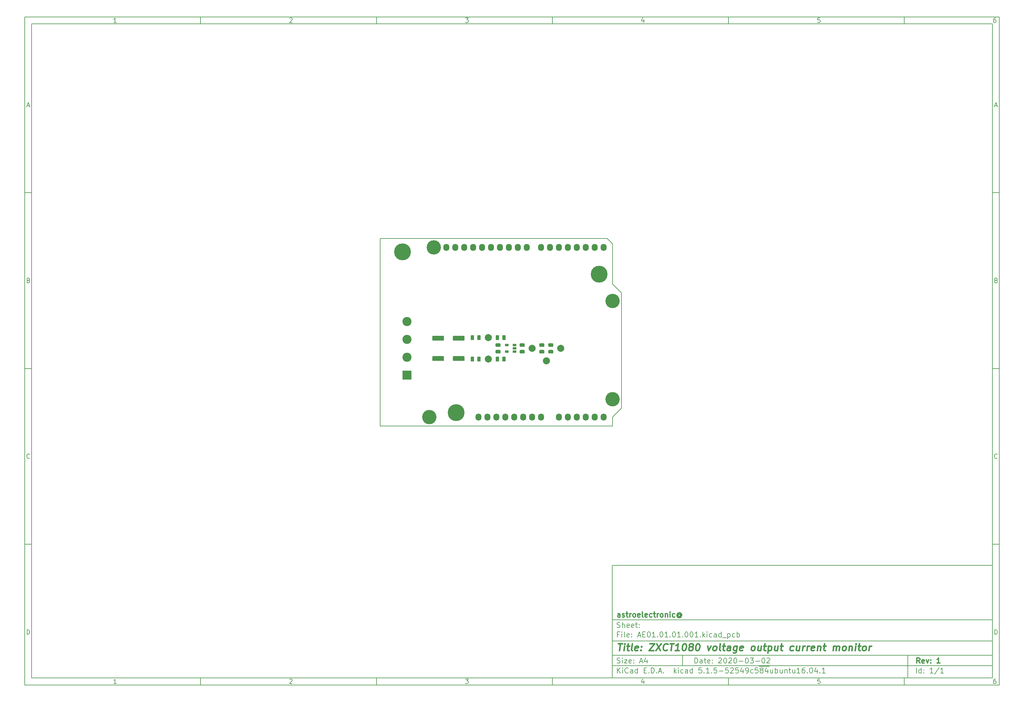
<source format=gbr>
G04 #@! TF.GenerationSoftware,KiCad,Pcbnew,5.1.5-52549c5~84~ubuntu16.04.1*
G04 #@! TF.CreationDate,2020-03-02T18:44:08+01:00*
G04 #@! TF.ProjectId,AE01.01.01.001,41453031-2e30-4312-9e30-312e3030312e,1*
G04 #@! TF.SameCoordinates,Original*
G04 #@! TF.FileFunction,Soldermask,Top*
G04 #@! TF.FilePolarity,Negative*
%FSLAX46Y46*%
G04 Gerber Fmt 4.6, Leading zero omitted, Abs format (unit mm)*
G04 Created by KiCad (PCBNEW 5.1.5-52549c5~84~ubuntu16.04.1) date 2020-03-02 18:44:08*
%MOMM*%
%LPD*%
G04 APERTURE LIST*
%ADD10C,0.100000*%
%ADD11C,0.150000*%
%ADD12C,0.300000*%
%ADD13C,0.400000*%
%ADD14C,2.000000*%
%ADD15O,1.727200X2.032000*%
%ADD16C,4.064000*%
%ADD17C,4.800000*%
%ADD18R,1.060000X0.650000*%
%ADD19R,2.600000X2.600000*%
%ADD20C,2.600000*%
G04 APERTURE END LIST*
D10*
D11*
X177002200Y-166007200D02*
X177002200Y-198007200D01*
X285002200Y-198007200D01*
X285002200Y-166007200D01*
X177002200Y-166007200D01*
D10*
D11*
X10000000Y-10000000D02*
X10000000Y-200007200D01*
X287002200Y-200007200D01*
X287002200Y-10000000D01*
X10000000Y-10000000D01*
D10*
D11*
X12000000Y-12000000D02*
X12000000Y-198007200D01*
X285002200Y-198007200D01*
X285002200Y-12000000D01*
X12000000Y-12000000D01*
D10*
D11*
X60000000Y-12000000D02*
X60000000Y-10000000D01*
D10*
D11*
X110000000Y-12000000D02*
X110000000Y-10000000D01*
D10*
D11*
X160000000Y-12000000D02*
X160000000Y-10000000D01*
D10*
D11*
X210000000Y-12000000D02*
X210000000Y-10000000D01*
D10*
D11*
X260000000Y-12000000D02*
X260000000Y-10000000D01*
D10*
D11*
X36065476Y-11588095D02*
X35322619Y-11588095D01*
X35694047Y-11588095D02*
X35694047Y-10288095D01*
X35570238Y-10473809D01*
X35446428Y-10597619D01*
X35322619Y-10659523D01*
D10*
D11*
X85322619Y-10411904D02*
X85384523Y-10350000D01*
X85508333Y-10288095D01*
X85817857Y-10288095D01*
X85941666Y-10350000D01*
X86003571Y-10411904D01*
X86065476Y-10535714D01*
X86065476Y-10659523D01*
X86003571Y-10845238D01*
X85260714Y-11588095D01*
X86065476Y-11588095D01*
D10*
D11*
X135260714Y-10288095D02*
X136065476Y-10288095D01*
X135632142Y-10783333D01*
X135817857Y-10783333D01*
X135941666Y-10845238D01*
X136003571Y-10907142D01*
X136065476Y-11030952D01*
X136065476Y-11340476D01*
X136003571Y-11464285D01*
X135941666Y-11526190D01*
X135817857Y-11588095D01*
X135446428Y-11588095D01*
X135322619Y-11526190D01*
X135260714Y-11464285D01*
D10*
D11*
X185941666Y-10721428D02*
X185941666Y-11588095D01*
X185632142Y-10226190D02*
X185322619Y-11154761D01*
X186127380Y-11154761D01*
D10*
D11*
X236003571Y-10288095D02*
X235384523Y-10288095D01*
X235322619Y-10907142D01*
X235384523Y-10845238D01*
X235508333Y-10783333D01*
X235817857Y-10783333D01*
X235941666Y-10845238D01*
X236003571Y-10907142D01*
X236065476Y-11030952D01*
X236065476Y-11340476D01*
X236003571Y-11464285D01*
X235941666Y-11526190D01*
X235817857Y-11588095D01*
X235508333Y-11588095D01*
X235384523Y-11526190D01*
X235322619Y-11464285D01*
D10*
D11*
X285941666Y-10288095D02*
X285694047Y-10288095D01*
X285570238Y-10350000D01*
X285508333Y-10411904D01*
X285384523Y-10597619D01*
X285322619Y-10845238D01*
X285322619Y-11340476D01*
X285384523Y-11464285D01*
X285446428Y-11526190D01*
X285570238Y-11588095D01*
X285817857Y-11588095D01*
X285941666Y-11526190D01*
X286003571Y-11464285D01*
X286065476Y-11340476D01*
X286065476Y-11030952D01*
X286003571Y-10907142D01*
X285941666Y-10845238D01*
X285817857Y-10783333D01*
X285570238Y-10783333D01*
X285446428Y-10845238D01*
X285384523Y-10907142D01*
X285322619Y-11030952D01*
D10*
D11*
X60000000Y-198007200D02*
X60000000Y-200007200D01*
D10*
D11*
X110000000Y-198007200D02*
X110000000Y-200007200D01*
D10*
D11*
X160000000Y-198007200D02*
X160000000Y-200007200D01*
D10*
D11*
X210000000Y-198007200D02*
X210000000Y-200007200D01*
D10*
D11*
X260000000Y-198007200D02*
X260000000Y-200007200D01*
D10*
D11*
X36065476Y-199595295D02*
X35322619Y-199595295D01*
X35694047Y-199595295D02*
X35694047Y-198295295D01*
X35570238Y-198481009D01*
X35446428Y-198604819D01*
X35322619Y-198666723D01*
D10*
D11*
X85322619Y-198419104D02*
X85384523Y-198357200D01*
X85508333Y-198295295D01*
X85817857Y-198295295D01*
X85941666Y-198357200D01*
X86003571Y-198419104D01*
X86065476Y-198542914D01*
X86065476Y-198666723D01*
X86003571Y-198852438D01*
X85260714Y-199595295D01*
X86065476Y-199595295D01*
D10*
D11*
X135260714Y-198295295D02*
X136065476Y-198295295D01*
X135632142Y-198790533D01*
X135817857Y-198790533D01*
X135941666Y-198852438D01*
X136003571Y-198914342D01*
X136065476Y-199038152D01*
X136065476Y-199347676D01*
X136003571Y-199471485D01*
X135941666Y-199533390D01*
X135817857Y-199595295D01*
X135446428Y-199595295D01*
X135322619Y-199533390D01*
X135260714Y-199471485D01*
D10*
D11*
X185941666Y-198728628D02*
X185941666Y-199595295D01*
X185632142Y-198233390D02*
X185322619Y-199161961D01*
X186127380Y-199161961D01*
D10*
D11*
X236003571Y-198295295D02*
X235384523Y-198295295D01*
X235322619Y-198914342D01*
X235384523Y-198852438D01*
X235508333Y-198790533D01*
X235817857Y-198790533D01*
X235941666Y-198852438D01*
X236003571Y-198914342D01*
X236065476Y-199038152D01*
X236065476Y-199347676D01*
X236003571Y-199471485D01*
X235941666Y-199533390D01*
X235817857Y-199595295D01*
X235508333Y-199595295D01*
X235384523Y-199533390D01*
X235322619Y-199471485D01*
D10*
D11*
X285941666Y-198295295D02*
X285694047Y-198295295D01*
X285570238Y-198357200D01*
X285508333Y-198419104D01*
X285384523Y-198604819D01*
X285322619Y-198852438D01*
X285322619Y-199347676D01*
X285384523Y-199471485D01*
X285446428Y-199533390D01*
X285570238Y-199595295D01*
X285817857Y-199595295D01*
X285941666Y-199533390D01*
X286003571Y-199471485D01*
X286065476Y-199347676D01*
X286065476Y-199038152D01*
X286003571Y-198914342D01*
X285941666Y-198852438D01*
X285817857Y-198790533D01*
X285570238Y-198790533D01*
X285446428Y-198852438D01*
X285384523Y-198914342D01*
X285322619Y-199038152D01*
D10*
D11*
X10000000Y-60000000D02*
X12000000Y-60000000D01*
D10*
D11*
X10000000Y-110000000D02*
X12000000Y-110000000D01*
D10*
D11*
X10000000Y-160000000D02*
X12000000Y-160000000D01*
D10*
D11*
X10690476Y-35216666D02*
X11309523Y-35216666D01*
X10566666Y-35588095D02*
X11000000Y-34288095D01*
X11433333Y-35588095D01*
D10*
D11*
X11092857Y-84907142D02*
X11278571Y-84969047D01*
X11340476Y-85030952D01*
X11402380Y-85154761D01*
X11402380Y-85340476D01*
X11340476Y-85464285D01*
X11278571Y-85526190D01*
X11154761Y-85588095D01*
X10659523Y-85588095D01*
X10659523Y-84288095D01*
X11092857Y-84288095D01*
X11216666Y-84350000D01*
X11278571Y-84411904D01*
X11340476Y-84535714D01*
X11340476Y-84659523D01*
X11278571Y-84783333D01*
X11216666Y-84845238D01*
X11092857Y-84907142D01*
X10659523Y-84907142D01*
D10*
D11*
X11402380Y-135464285D02*
X11340476Y-135526190D01*
X11154761Y-135588095D01*
X11030952Y-135588095D01*
X10845238Y-135526190D01*
X10721428Y-135402380D01*
X10659523Y-135278571D01*
X10597619Y-135030952D01*
X10597619Y-134845238D01*
X10659523Y-134597619D01*
X10721428Y-134473809D01*
X10845238Y-134350000D01*
X11030952Y-134288095D01*
X11154761Y-134288095D01*
X11340476Y-134350000D01*
X11402380Y-134411904D01*
D10*
D11*
X10659523Y-185588095D02*
X10659523Y-184288095D01*
X10969047Y-184288095D01*
X11154761Y-184350000D01*
X11278571Y-184473809D01*
X11340476Y-184597619D01*
X11402380Y-184845238D01*
X11402380Y-185030952D01*
X11340476Y-185278571D01*
X11278571Y-185402380D01*
X11154761Y-185526190D01*
X10969047Y-185588095D01*
X10659523Y-185588095D01*
D10*
D11*
X287002200Y-60000000D02*
X285002200Y-60000000D01*
D10*
D11*
X287002200Y-110000000D02*
X285002200Y-110000000D01*
D10*
D11*
X287002200Y-160000000D02*
X285002200Y-160000000D01*
D10*
D11*
X285692676Y-35216666D02*
X286311723Y-35216666D01*
X285568866Y-35588095D02*
X286002200Y-34288095D01*
X286435533Y-35588095D01*
D10*
D11*
X286095057Y-84907142D02*
X286280771Y-84969047D01*
X286342676Y-85030952D01*
X286404580Y-85154761D01*
X286404580Y-85340476D01*
X286342676Y-85464285D01*
X286280771Y-85526190D01*
X286156961Y-85588095D01*
X285661723Y-85588095D01*
X285661723Y-84288095D01*
X286095057Y-84288095D01*
X286218866Y-84350000D01*
X286280771Y-84411904D01*
X286342676Y-84535714D01*
X286342676Y-84659523D01*
X286280771Y-84783333D01*
X286218866Y-84845238D01*
X286095057Y-84907142D01*
X285661723Y-84907142D01*
D10*
D11*
X286404580Y-135464285D02*
X286342676Y-135526190D01*
X286156961Y-135588095D01*
X286033152Y-135588095D01*
X285847438Y-135526190D01*
X285723628Y-135402380D01*
X285661723Y-135278571D01*
X285599819Y-135030952D01*
X285599819Y-134845238D01*
X285661723Y-134597619D01*
X285723628Y-134473809D01*
X285847438Y-134350000D01*
X286033152Y-134288095D01*
X286156961Y-134288095D01*
X286342676Y-134350000D01*
X286404580Y-134411904D01*
D10*
D11*
X285661723Y-185588095D02*
X285661723Y-184288095D01*
X285971247Y-184288095D01*
X286156961Y-184350000D01*
X286280771Y-184473809D01*
X286342676Y-184597619D01*
X286404580Y-184845238D01*
X286404580Y-185030952D01*
X286342676Y-185278571D01*
X286280771Y-185402380D01*
X286156961Y-185526190D01*
X285971247Y-185588095D01*
X285661723Y-185588095D01*
D10*
D11*
X200434342Y-193785771D02*
X200434342Y-192285771D01*
X200791485Y-192285771D01*
X201005771Y-192357200D01*
X201148628Y-192500057D01*
X201220057Y-192642914D01*
X201291485Y-192928628D01*
X201291485Y-193142914D01*
X201220057Y-193428628D01*
X201148628Y-193571485D01*
X201005771Y-193714342D01*
X200791485Y-193785771D01*
X200434342Y-193785771D01*
X202577200Y-193785771D02*
X202577200Y-193000057D01*
X202505771Y-192857200D01*
X202362914Y-192785771D01*
X202077200Y-192785771D01*
X201934342Y-192857200D01*
X202577200Y-193714342D02*
X202434342Y-193785771D01*
X202077200Y-193785771D01*
X201934342Y-193714342D01*
X201862914Y-193571485D01*
X201862914Y-193428628D01*
X201934342Y-193285771D01*
X202077200Y-193214342D01*
X202434342Y-193214342D01*
X202577200Y-193142914D01*
X203077200Y-192785771D02*
X203648628Y-192785771D01*
X203291485Y-192285771D02*
X203291485Y-193571485D01*
X203362914Y-193714342D01*
X203505771Y-193785771D01*
X203648628Y-193785771D01*
X204720057Y-193714342D02*
X204577200Y-193785771D01*
X204291485Y-193785771D01*
X204148628Y-193714342D01*
X204077200Y-193571485D01*
X204077200Y-193000057D01*
X204148628Y-192857200D01*
X204291485Y-192785771D01*
X204577200Y-192785771D01*
X204720057Y-192857200D01*
X204791485Y-193000057D01*
X204791485Y-193142914D01*
X204077200Y-193285771D01*
X205434342Y-193642914D02*
X205505771Y-193714342D01*
X205434342Y-193785771D01*
X205362914Y-193714342D01*
X205434342Y-193642914D01*
X205434342Y-193785771D01*
X205434342Y-192857200D02*
X205505771Y-192928628D01*
X205434342Y-193000057D01*
X205362914Y-192928628D01*
X205434342Y-192857200D01*
X205434342Y-193000057D01*
X207220057Y-192428628D02*
X207291485Y-192357200D01*
X207434342Y-192285771D01*
X207791485Y-192285771D01*
X207934342Y-192357200D01*
X208005771Y-192428628D01*
X208077200Y-192571485D01*
X208077200Y-192714342D01*
X208005771Y-192928628D01*
X207148628Y-193785771D01*
X208077200Y-193785771D01*
X209005771Y-192285771D02*
X209148628Y-192285771D01*
X209291485Y-192357200D01*
X209362914Y-192428628D01*
X209434342Y-192571485D01*
X209505771Y-192857200D01*
X209505771Y-193214342D01*
X209434342Y-193500057D01*
X209362914Y-193642914D01*
X209291485Y-193714342D01*
X209148628Y-193785771D01*
X209005771Y-193785771D01*
X208862914Y-193714342D01*
X208791485Y-193642914D01*
X208720057Y-193500057D01*
X208648628Y-193214342D01*
X208648628Y-192857200D01*
X208720057Y-192571485D01*
X208791485Y-192428628D01*
X208862914Y-192357200D01*
X209005771Y-192285771D01*
X210077200Y-192428628D02*
X210148628Y-192357200D01*
X210291485Y-192285771D01*
X210648628Y-192285771D01*
X210791485Y-192357200D01*
X210862914Y-192428628D01*
X210934342Y-192571485D01*
X210934342Y-192714342D01*
X210862914Y-192928628D01*
X210005771Y-193785771D01*
X210934342Y-193785771D01*
X211862914Y-192285771D02*
X212005771Y-192285771D01*
X212148628Y-192357200D01*
X212220057Y-192428628D01*
X212291485Y-192571485D01*
X212362914Y-192857200D01*
X212362914Y-193214342D01*
X212291485Y-193500057D01*
X212220057Y-193642914D01*
X212148628Y-193714342D01*
X212005771Y-193785771D01*
X211862914Y-193785771D01*
X211720057Y-193714342D01*
X211648628Y-193642914D01*
X211577200Y-193500057D01*
X211505771Y-193214342D01*
X211505771Y-192857200D01*
X211577200Y-192571485D01*
X211648628Y-192428628D01*
X211720057Y-192357200D01*
X211862914Y-192285771D01*
X213005771Y-193214342D02*
X214148628Y-193214342D01*
X215148628Y-192285771D02*
X215291485Y-192285771D01*
X215434342Y-192357200D01*
X215505771Y-192428628D01*
X215577200Y-192571485D01*
X215648628Y-192857200D01*
X215648628Y-193214342D01*
X215577200Y-193500057D01*
X215505771Y-193642914D01*
X215434342Y-193714342D01*
X215291485Y-193785771D01*
X215148628Y-193785771D01*
X215005771Y-193714342D01*
X214934342Y-193642914D01*
X214862914Y-193500057D01*
X214791485Y-193214342D01*
X214791485Y-192857200D01*
X214862914Y-192571485D01*
X214934342Y-192428628D01*
X215005771Y-192357200D01*
X215148628Y-192285771D01*
X216148628Y-192285771D02*
X217077200Y-192285771D01*
X216577200Y-192857200D01*
X216791485Y-192857200D01*
X216934342Y-192928628D01*
X217005771Y-193000057D01*
X217077200Y-193142914D01*
X217077200Y-193500057D01*
X217005771Y-193642914D01*
X216934342Y-193714342D01*
X216791485Y-193785771D01*
X216362914Y-193785771D01*
X216220057Y-193714342D01*
X216148628Y-193642914D01*
X217720057Y-193214342D02*
X218862914Y-193214342D01*
X219862914Y-192285771D02*
X220005771Y-192285771D01*
X220148628Y-192357200D01*
X220220057Y-192428628D01*
X220291485Y-192571485D01*
X220362914Y-192857200D01*
X220362914Y-193214342D01*
X220291485Y-193500057D01*
X220220057Y-193642914D01*
X220148628Y-193714342D01*
X220005771Y-193785771D01*
X219862914Y-193785771D01*
X219720057Y-193714342D01*
X219648628Y-193642914D01*
X219577200Y-193500057D01*
X219505771Y-193214342D01*
X219505771Y-192857200D01*
X219577200Y-192571485D01*
X219648628Y-192428628D01*
X219720057Y-192357200D01*
X219862914Y-192285771D01*
X220934342Y-192428628D02*
X221005771Y-192357200D01*
X221148628Y-192285771D01*
X221505771Y-192285771D01*
X221648628Y-192357200D01*
X221720057Y-192428628D01*
X221791485Y-192571485D01*
X221791485Y-192714342D01*
X221720057Y-192928628D01*
X220862914Y-193785771D01*
X221791485Y-193785771D01*
D10*
D11*
X177002200Y-194507200D02*
X285002200Y-194507200D01*
D10*
D11*
X178434342Y-196585771D02*
X178434342Y-195085771D01*
X179291485Y-196585771D02*
X178648628Y-195728628D01*
X179291485Y-195085771D02*
X178434342Y-195942914D01*
X179934342Y-196585771D02*
X179934342Y-195585771D01*
X179934342Y-195085771D02*
X179862914Y-195157200D01*
X179934342Y-195228628D01*
X180005771Y-195157200D01*
X179934342Y-195085771D01*
X179934342Y-195228628D01*
X181505771Y-196442914D02*
X181434342Y-196514342D01*
X181220057Y-196585771D01*
X181077200Y-196585771D01*
X180862914Y-196514342D01*
X180720057Y-196371485D01*
X180648628Y-196228628D01*
X180577200Y-195942914D01*
X180577200Y-195728628D01*
X180648628Y-195442914D01*
X180720057Y-195300057D01*
X180862914Y-195157200D01*
X181077200Y-195085771D01*
X181220057Y-195085771D01*
X181434342Y-195157200D01*
X181505771Y-195228628D01*
X182791485Y-196585771D02*
X182791485Y-195800057D01*
X182720057Y-195657200D01*
X182577200Y-195585771D01*
X182291485Y-195585771D01*
X182148628Y-195657200D01*
X182791485Y-196514342D02*
X182648628Y-196585771D01*
X182291485Y-196585771D01*
X182148628Y-196514342D01*
X182077200Y-196371485D01*
X182077200Y-196228628D01*
X182148628Y-196085771D01*
X182291485Y-196014342D01*
X182648628Y-196014342D01*
X182791485Y-195942914D01*
X184148628Y-196585771D02*
X184148628Y-195085771D01*
X184148628Y-196514342D02*
X184005771Y-196585771D01*
X183720057Y-196585771D01*
X183577200Y-196514342D01*
X183505771Y-196442914D01*
X183434342Y-196300057D01*
X183434342Y-195871485D01*
X183505771Y-195728628D01*
X183577200Y-195657200D01*
X183720057Y-195585771D01*
X184005771Y-195585771D01*
X184148628Y-195657200D01*
X186005771Y-195800057D02*
X186505771Y-195800057D01*
X186720057Y-196585771D02*
X186005771Y-196585771D01*
X186005771Y-195085771D01*
X186720057Y-195085771D01*
X187362914Y-196442914D02*
X187434342Y-196514342D01*
X187362914Y-196585771D01*
X187291485Y-196514342D01*
X187362914Y-196442914D01*
X187362914Y-196585771D01*
X188077200Y-196585771D02*
X188077200Y-195085771D01*
X188434342Y-195085771D01*
X188648628Y-195157200D01*
X188791485Y-195300057D01*
X188862914Y-195442914D01*
X188934342Y-195728628D01*
X188934342Y-195942914D01*
X188862914Y-196228628D01*
X188791485Y-196371485D01*
X188648628Y-196514342D01*
X188434342Y-196585771D01*
X188077200Y-196585771D01*
X189577200Y-196442914D02*
X189648628Y-196514342D01*
X189577200Y-196585771D01*
X189505771Y-196514342D01*
X189577200Y-196442914D01*
X189577200Y-196585771D01*
X190220057Y-196157200D02*
X190934342Y-196157200D01*
X190077200Y-196585771D02*
X190577200Y-195085771D01*
X191077200Y-196585771D01*
X191577200Y-196442914D02*
X191648628Y-196514342D01*
X191577200Y-196585771D01*
X191505771Y-196514342D01*
X191577200Y-196442914D01*
X191577200Y-196585771D01*
X194577200Y-196585771D02*
X194577200Y-195085771D01*
X194720057Y-196014342D02*
X195148628Y-196585771D01*
X195148628Y-195585771D02*
X194577200Y-196157200D01*
X195791485Y-196585771D02*
X195791485Y-195585771D01*
X195791485Y-195085771D02*
X195720057Y-195157200D01*
X195791485Y-195228628D01*
X195862914Y-195157200D01*
X195791485Y-195085771D01*
X195791485Y-195228628D01*
X197148628Y-196514342D02*
X197005771Y-196585771D01*
X196720057Y-196585771D01*
X196577200Y-196514342D01*
X196505771Y-196442914D01*
X196434342Y-196300057D01*
X196434342Y-195871485D01*
X196505771Y-195728628D01*
X196577200Y-195657200D01*
X196720057Y-195585771D01*
X197005771Y-195585771D01*
X197148628Y-195657200D01*
X198434342Y-196585771D02*
X198434342Y-195800057D01*
X198362914Y-195657200D01*
X198220057Y-195585771D01*
X197934342Y-195585771D01*
X197791485Y-195657200D01*
X198434342Y-196514342D02*
X198291485Y-196585771D01*
X197934342Y-196585771D01*
X197791485Y-196514342D01*
X197720057Y-196371485D01*
X197720057Y-196228628D01*
X197791485Y-196085771D01*
X197934342Y-196014342D01*
X198291485Y-196014342D01*
X198434342Y-195942914D01*
X199791485Y-196585771D02*
X199791485Y-195085771D01*
X199791485Y-196514342D02*
X199648628Y-196585771D01*
X199362914Y-196585771D01*
X199220057Y-196514342D01*
X199148628Y-196442914D01*
X199077200Y-196300057D01*
X199077200Y-195871485D01*
X199148628Y-195728628D01*
X199220057Y-195657200D01*
X199362914Y-195585771D01*
X199648628Y-195585771D01*
X199791485Y-195657200D01*
X202362914Y-195085771D02*
X201648628Y-195085771D01*
X201577200Y-195800057D01*
X201648628Y-195728628D01*
X201791485Y-195657200D01*
X202148628Y-195657200D01*
X202291485Y-195728628D01*
X202362914Y-195800057D01*
X202434342Y-195942914D01*
X202434342Y-196300057D01*
X202362914Y-196442914D01*
X202291485Y-196514342D01*
X202148628Y-196585771D01*
X201791485Y-196585771D01*
X201648628Y-196514342D01*
X201577200Y-196442914D01*
X203077200Y-196442914D02*
X203148628Y-196514342D01*
X203077200Y-196585771D01*
X203005771Y-196514342D01*
X203077200Y-196442914D01*
X203077200Y-196585771D01*
X204577200Y-196585771D02*
X203720057Y-196585771D01*
X204148628Y-196585771D02*
X204148628Y-195085771D01*
X204005771Y-195300057D01*
X203862914Y-195442914D01*
X203720057Y-195514342D01*
X205220057Y-196442914D02*
X205291485Y-196514342D01*
X205220057Y-196585771D01*
X205148628Y-196514342D01*
X205220057Y-196442914D01*
X205220057Y-196585771D01*
X206648628Y-195085771D02*
X205934342Y-195085771D01*
X205862914Y-195800057D01*
X205934342Y-195728628D01*
X206077200Y-195657200D01*
X206434342Y-195657200D01*
X206577200Y-195728628D01*
X206648628Y-195800057D01*
X206720057Y-195942914D01*
X206720057Y-196300057D01*
X206648628Y-196442914D01*
X206577200Y-196514342D01*
X206434342Y-196585771D01*
X206077200Y-196585771D01*
X205934342Y-196514342D01*
X205862914Y-196442914D01*
X207362914Y-196014342D02*
X208505771Y-196014342D01*
X209934342Y-195085771D02*
X209220057Y-195085771D01*
X209148628Y-195800057D01*
X209220057Y-195728628D01*
X209362914Y-195657200D01*
X209720057Y-195657200D01*
X209862914Y-195728628D01*
X209934342Y-195800057D01*
X210005771Y-195942914D01*
X210005771Y-196300057D01*
X209934342Y-196442914D01*
X209862914Y-196514342D01*
X209720057Y-196585771D01*
X209362914Y-196585771D01*
X209220057Y-196514342D01*
X209148628Y-196442914D01*
X210577200Y-195228628D02*
X210648628Y-195157200D01*
X210791485Y-195085771D01*
X211148628Y-195085771D01*
X211291485Y-195157200D01*
X211362914Y-195228628D01*
X211434342Y-195371485D01*
X211434342Y-195514342D01*
X211362914Y-195728628D01*
X210505771Y-196585771D01*
X211434342Y-196585771D01*
X212791485Y-195085771D02*
X212077200Y-195085771D01*
X212005771Y-195800057D01*
X212077200Y-195728628D01*
X212220057Y-195657200D01*
X212577200Y-195657200D01*
X212720057Y-195728628D01*
X212791485Y-195800057D01*
X212862914Y-195942914D01*
X212862914Y-196300057D01*
X212791485Y-196442914D01*
X212720057Y-196514342D01*
X212577200Y-196585771D01*
X212220057Y-196585771D01*
X212077200Y-196514342D01*
X212005771Y-196442914D01*
X214148628Y-195585771D02*
X214148628Y-196585771D01*
X213791485Y-195014342D02*
X213434342Y-196085771D01*
X214362914Y-196085771D01*
X215005771Y-196585771D02*
X215291485Y-196585771D01*
X215434342Y-196514342D01*
X215505771Y-196442914D01*
X215648628Y-196228628D01*
X215720057Y-195942914D01*
X215720057Y-195371485D01*
X215648628Y-195228628D01*
X215577200Y-195157200D01*
X215434342Y-195085771D01*
X215148628Y-195085771D01*
X215005771Y-195157200D01*
X214934342Y-195228628D01*
X214862914Y-195371485D01*
X214862914Y-195728628D01*
X214934342Y-195871485D01*
X215005771Y-195942914D01*
X215148628Y-196014342D01*
X215434342Y-196014342D01*
X215577200Y-195942914D01*
X215648628Y-195871485D01*
X215720057Y-195728628D01*
X217005771Y-196514342D02*
X216862914Y-196585771D01*
X216577200Y-196585771D01*
X216434342Y-196514342D01*
X216362914Y-196442914D01*
X216291485Y-196300057D01*
X216291485Y-195871485D01*
X216362914Y-195728628D01*
X216434342Y-195657200D01*
X216577200Y-195585771D01*
X216862914Y-195585771D01*
X217005771Y-195657200D01*
X218362914Y-195085771D02*
X217648628Y-195085771D01*
X217577200Y-195800057D01*
X217648628Y-195728628D01*
X217791485Y-195657200D01*
X218148628Y-195657200D01*
X218291485Y-195728628D01*
X218362914Y-195800057D01*
X218434342Y-195942914D01*
X218434342Y-196300057D01*
X218362914Y-196442914D01*
X218291485Y-196514342D01*
X218148628Y-196585771D01*
X217791485Y-196585771D01*
X217648628Y-196514342D01*
X217577200Y-196442914D01*
X218720057Y-194677200D02*
X220148628Y-194677200D01*
X219291485Y-195728628D02*
X219148628Y-195657200D01*
X219077200Y-195585771D01*
X219005771Y-195442914D01*
X219005771Y-195371485D01*
X219077200Y-195228628D01*
X219148628Y-195157200D01*
X219291485Y-195085771D01*
X219577200Y-195085771D01*
X219720057Y-195157200D01*
X219791485Y-195228628D01*
X219862914Y-195371485D01*
X219862914Y-195442914D01*
X219791485Y-195585771D01*
X219720057Y-195657200D01*
X219577200Y-195728628D01*
X219291485Y-195728628D01*
X219148628Y-195800057D01*
X219077200Y-195871485D01*
X219005771Y-196014342D01*
X219005771Y-196300057D01*
X219077200Y-196442914D01*
X219148628Y-196514342D01*
X219291485Y-196585771D01*
X219577200Y-196585771D01*
X219720057Y-196514342D01*
X219791485Y-196442914D01*
X219862914Y-196300057D01*
X219862914Y-196014342D01*
X219791485Y-195871485D01*
X219720057Y-195800057D01*
X219577200Y-195728628D01*
X220148628Y-194677200D02*
X221577199Y-194677200D01*
X221148628Y-195585771D02*
X221148628Y-196585771D01*
X220791485Y-195014342D02*
X220434342Y-196085771D01*
X221362914Y-196085771D01*
X222577199Y-195585771D02*
X222577199Y-196585771D01*
X221934342Y-195585771D02*
X221934342Y-196371485D01*
X222005771Y-196514342D01*
X222148628Y-196585771D01*
X222362914Y-196585771D01*
X222505771Y-196514342D01*
X222577199Y-196442914D01*
X223291485Y-196585771D02*
X223291485Y-195085771D01*
X223291485Y-195657200D02*
X223434342Y-195585771D01*
X223720057Y-195585771D01*
X223862914Y-195657200D01*
X223934342Y-195728628D01*
X224005771Y-195871485D01*
X224005771Y-196300057D01*
X223934342Y-196442914D01*
X223862914Y-196514342D01*
X223720057Y-196585771D01*
X223434342Y-196585771D01*
X223291485Y-196514342D01*
X225291485Y-195585771D02*
X225291485Y-196585771D01*
X224648628Y-195585771D02*
X224648628Y-196371485D01*
X224720057Y-196514342D01*
X224862914Y-196585771D01*
X225077199Y-196585771D01*
X225220057Y-196514342D01*
X225291485Y-196442914D01*
X226005771Y-195585771D02*
X226005771Y-196585771D01*
X226005771Y-195728628D02*
X226077199Y-195657200D01*
X226220057Y-195585771D01*
X226434342Y-195585771D01*
X226577199Y-195657200D01*
X226648628Y-195800057D01*
X226648628Y-196585771D01*
X227148628Y-195585771D02*
X227720057Y-195585771D01*
X227362914Y-195085771D02*
X227362914Y-196371485D01*
X227434342Y-196514342D01*
X227577200Y-196585771D01*
X227720057Y-196585771D01*
X228862914Y-195585771D02*
X228862914Y-196585771D01*
X228220057Y-195585771D02*
X228220057Y-196371485D01*
X228291485Y-196514342D01*
X228434342Y-196585771D01*
X228648628Y-196585771D01*
X228791485Y-196514342D01*
X228862914Y-196442914D01*
X230362914Y-196585771D02*
X229505771Y-196585771D01*
X229934342Y-196585771D02*
X229934342Y-195085771D01*
X229791485Y-195300057D01*
X229648628Y-195442914D01*
X229505771Y-195514342D01*
X231648628Y-195085771D02*
X231362914Y-195085771D01*
X231220057Y-195157200D01*
X231148628Y-195228628D01*
X231005771Y-195442914D01*
X230934342Y-195728628D01*
X230934342Y-196300057D01*
X231005771Y-196442914D01*
X231077199Y-196514342D01*
X231220057Y-196585771D01*
X231505771Y-196585771D01*
X231648628Y-196514342D01*
X231720057Y-196442914D01*
X231791485Y-196300057D01*
X231791485Y-195942914D01*
X231720057Y-195800057D01*
X231648628Y-195728628D01*
X231505771Y-195657200D01*
X231220057Y-195657200D01*
X231077199Y-195728628D01*
X231005771Y-195800057D01*
X230934342Y-195942914D01*
X232434342Y-196442914D02*
X232505771Y-196514342D01*
X232434342Y-196585771D01*
X232362914Y-196514342D01*
X232434342Y-196442914D01*
X232434342Y-196585771D01*
X233434342Y-195085771D02*
X233577199Y-195085771D01*
X233720057Y-195157200D01*
X233791485Y-195228628D01*
X233862914Y-195371485D01*
X233934342Y-195657200D01*
X233934342Y-196014342D01*
X233862914Y-196300057D01*
X233791485Y-196442914D01*
X233720057Y-196514342D01*
X233577199Y-196585771D01*
X233434342Y-196585771D01*
X233291485Y-196514342D01*
X233220057Y-196442914D01*
X233148628Y-196300057D01*
X233077199Y-196014342D01*
X233077199Y-195657200D01*
X233148628Y-195371485D01*
X233220057Y-195228628D01*
X233291485Y-195157200D01*
X233434342Y-195085771D01*
X235220057Y-195585771D02*
X235220057Y-196585771D01*
X234862914Y-195014342D02*
X234505771Y-196085771D01*
X235434342Y-196085771D01*
X236005771Y-196442914D02*
X236077199Y-196514342D01*
X236005771Y-196585771D01*
X235934342Y-196514342D01*
X236005771Y-196442914D01*
X236005771Y-196585771D01*
X237505771Y-196585771D02*
X236648628Y-196585771D01*
X237077199Y-196585771D02*
X237077199Y-195085771D01*
X236934342Y-195300057D01*
X236791485Y-195442914D01*
X236648628Y-195514342D01*
D10*
D11*
X177002200Y-191507200D02*
X285002200Y-191507200D01*
D10*
D12*
X264411485Y-193785771D02*
X263911485Y-193071485D01*
X263554342Y-193785771D02*
X263554342Y-192285771D01*
X264125771Y-192285771D01*
X264268628Y-192357200D01*
X264340057Y-192428628D01*
X264411485Y-192571485D01*
X264411485Y-192785771D01*
X264340057Y-192928628D01*
X264268628Y-193000057D01*
X264125771Y-193071485D01*
X263554342Y-193071485D01*
X265625771Y-193714342D02*
X265482914Y-193785771D01*
X265197200Y-193785771D01*
X265054342Y-193714342D01*
X264982914Y-193571485D01*
X264982914Y-193000057D01*
X265054342Y-192857200D01*
X265197200Y-192785771D01*
X265482914Y-192785771D01*
X265625771Y-192857200D01*
X265697200Y-193000057D01*
X265697200Y-193142914D01*
X264982914Y-193285771D01*
X266197200Y-192785771D02*
X266554342Y-193785771D01*
X266911485Y-192785771D01*
X267482914Y-193642914D02*
X267554342Y-193714342D01*
X267482914Y-193785771D01*
X267411485Y-193714342D01*
X267482914Y-193642914D01*
X267482914Y-193785771D01*
X267482914Y-192857200D02*
X267554342Y-192928628D01*
X267482914Y-193000057D01*
X267411485Y-192928628D01*
X267482914Y-192857200D01*
X267482914Y-193000057D01*
X270125771Y-193785771D02*
X269268628Y-193785771D01*
X269697200Y-193785771D02*
X269697200Y-192285771D01*
X269554342Y-192500057D01*
X269411485Y-192642914D01*
X269268628Y-192714342D01*
D10*
D11*
X178362914Y-193714342D02*
X178577200Y-193785771D01*
X178934342Y-193785771D01*
X179077200Y-193714342D01*
X179148628Y-193642914D01*
X179220057Y-193500057D01*
X179220057Y-193357200D01*
X179148628Y-193214342D01*
X179077200Y-193142914D01*
X178934342Y-193071485D01*
X178648628Y-193000057D01*
X178505771Y-192928628D01*
X178434342Y-192857200D01*
X178362914Y-192714342D01*
X178362914Y-192571485D01*
X178434342Y-192428628D01*
X178505771Y-192357200D01*
X178648628Y-192285771D01*
X179005771Y-192285771D01*
X179220057Y-192357200D01*
X179862914Y-193785771D02*
X179862914Y-192785771D01*
X179862914Y-192285771D02*
X179791485Y-192357200D01*
X179862914Y-192428628D01*
X179934342Y-192357200D01*
X179862914Y-192285771D01*
X179862914Y-192428628D01*
X180434342Y-192785771D02*
X181220057Y-192785771D01*
X180434342Y-193785771D01*
X181220057Y-193785771D01*
X182362914Y-193714342D02*
X182220057Y-193785771D01*
X181934342Y-193785771D01*
X181791485Y-193714342D01*
X181720057Y-193571485D01*
X181720057Y-193000057D01*
X181791485Y-192857200D01*
X181934342Y-192785771D01*
X182220057Y-192785771D01*
X182362914Y-192857200D01*
X182434342Y-193000057D01*
X182434342Y-193142914D01*
X181720057Y-193285771D01*
X183077200Y-193642914D02*
X183148628Y-193714342D01*
X183077200Y-193785771D01*
X183005771Y-193714342D01*
X183077200Y-193642914D01*
X183077200Y-193785771D01*
X183077200Y-192857200D02*
X183148628Y-192928628D01*
X183077200Y-193000057D01*
X183005771Y-192928628D01*
X183077200Y-192857200D01*
X183077200Y-193000057D01*
X184862914Y-193357200D02*
X185577200Y-193357200D01*
X184720057Y-193785771D02*
X185220057Y-192285771D01*
X185720057Y-193785771D01*
X186862914Y-192785771D02*
X186862914Y-193785771D01*
X186505771Y-192214342D02*
X186148628Y-193285771D01*
X187077200Y-193285771D01*
D10*
D11*
X263434342Y-196585771D02*
X263434342Y-195085771D01*
X264791485Y-196585771D02*
X264791485Y-195085771D01*
X264791485Y-196514342D02*
X264648628Y-196585771D01*
X264362914Y-196585771D01*
X264220057Y-196514342D01*
X264148628Y-196442914D01*
X264077200Y-196300057D01*
X264077200Y-195871485D01*
X264148628Y-195728628D01*
X264220057Y-195657200D01*
X264362914Y-195585771D01*
X264648628Y-195585771D01*
X264791485Y-195657200D01*
X265505771Y-196442914D02*
X265577200Y-196514342D01*
X265505771Y-196585771D01*
X265434342Y-196514342D01*
X265505771Y-196442914D01*
X265505771Y-196585771D01*
X265505771Y-195657200D02*
X265577200Y-195728628D01*
X265505771Y-195800057D01*
X265434342Y-195728628D01*
X265505771Y-195657200D01*
X265505771Y-195800057D01*
X268148628Y-196585771D02*
X267291485Y-196585771D01*
X267720057Y-196585771D02*
X267720057Y-195085771D01*
X267577200Y-195300057D01*
X267434342Y-195442914D01*
X267291485Y-195514342D01*
X269862914Y-195014342D02*
X268577200Y-196942914D01*
X271148628Y-196585771D02*
X270291485Y-196585771D01*
X270720057Y-196585771D02*
X270720057Y-195085771D01*
X270577200Y-195300057D01*
X270434342Y-195442914D01*
X270291485Y-195514342D01*
D10*
D11*
X177002200Y-187507200D02*
X285002200Y-187507200D01*
D10*
D13*
X178714580Y-188211961D02*
X179857438Y-188211961D01*
X179036009Y-190211961D02*
X179286009Y-188211961D01*
X180274104Y-190211961D02*
X180440771Y-188878628D01*
X180524104Y-188211961D02*
X180416961Y-188307200D01*
X180500295Y-188402438D01*
X180607438Y-188307200D01*
X180524104Y-188211961D01*
X180500295Y-188402438D01*
X181107438Y-188878628D02*
X181869342Y-188878628D01*
X181476485Y-188211961D02*
X181262200Y-189926247D01*
X181333628Y-190116723D01*
X181512200Y-190211961D01*
X181702676Y-190211961D01*
X182655057Y-190211961D02*
X182476485Y-190116723D01*
X182405057Y-189926247D01*
X182619342Y-188211961D01*
X184190771Y-190116723D02*
X183988390Y-190211961D01*
X183607438Y-190211961D01*
X183428866Y-190116723D01*
X183357438Y-189926247D01*
X183452676Y-189164342D01*
X183571723Y-188973866D01*
X183774104Y-188878628D01*
X184155057Y-188878628D01*
X184333628Y-188973866D01*
X184405057Y-189164342D01*
X184381247Y-189354819D01*
X183405057Y-189545295D01*
X185155057Y-190021485D02*
X185238390Y-190116723D01*
X185131247Y-190211961D01*
X185047914Y-190116723D01*
X185155057Y-190021485D01*
X185131247Y-190211961D01*
X185286009Y-188973866D02*
X185369342Y-189069104D01*
X185262200Y-189164342D01*
X185178866Y-189069104D01*
X185286009Y-188973866D01*
X185262200Y-189164342D01*
X187666961Y-188211961D02*
X189000295Y-188211961D01*
X187416961Y-190211961D01*
X188750295Y-190211961D01*
X189571723Y-188211961D02*
X190655057Y-190211961D01*
X190905057Y-188211961D02*
X189321723Y-190211961D01*
X192583628Y-190021485D02*
X192476485Y-190116723D01*
X192178866Y-190211961D01*
X191988390Y-190211961D01*
X191714580Y-190116723D01*
X191547914Y-189926247D01*
X191476485Y-189735771D01*
X191428866Y-189354819D01*
X191464580Y-189069104D01*
X191607438Y-188688152D01*
X191726485Y-188497676D01*
X191940771Y-188307200D01*
X192238390Y-188211961D01*
X192428866Y-188211961D01*
X192702676Y-188307200D01*
X192786009Y-188402438D01*
X193381247Y-188211961D02*
X194524104Y-188211961D01*
X193702676Y-190211961D02*
X193952676Y-188211961D01*
X195988390Y-190211961D02*
X194845533Y-190211961D01*
X195416961Y-190211961D02*
X195666961Y-188211961D01*
X195440771Y-188497676D01*
X195226485Y-188688152D01*
X195024104Y-188783390D01*
X197476485Y-188211961D02*
X197666961Y-188211961D01*
X197845533Y-188307200D01*
X197928866Y-188402438D01*
X198000295Y-188592914D01*
X198047914Y-188973866D01*
X197988390Y-189450057D01*
X197845533Y-189831009D01*
X197726485Y-190021485D01*
X197619342Y-190116723D01*
X197416961Y-190211961D01*
X197226485Y-190211961D01*
X197047914Y-190116723D01*
X196964580Y-190021485D01*
X196893152Y-189831009D01*
X196845533Y-189450057D01*
X196905057Y-188973866D01*
X197047914Y-188592914D01*
X197166961Y-188402438D01*
X197274104Y-188307200D01*
X197476485Y-188211961D01*
X199178866Y-189069104D02*
X199000295Y-188973866D01*
X198916961Y-188878628D01*
X198845533Y-188688152D01*
X198857438Y-188592914D01*
X198976485Y-188402438D01*
X199083628Y-188307200D01*
X199286009Y-188211961D01*
X199666961Y-188211961D01*
X199845533Y-188307200D01*
X199928866Y-188402438D01*
X200000295Y-188592914D01*
X199988390Y-188688152D01*
X199869342Y-188878628D01*
X199762200Y-188973866D01*
X199559819Y-189069104D01*
X199178866Y-189069104D01*
X198976485Y-189164342D01*
X198869342Y-189259580D01*
X198750295Y-189450057D01*
X198702676Y-189831009D01*
X198774104Y-190021485D01*
X198857438Y-190116723D01*
X199036009Y-190211961D01*
X199416961Y-190211961D01*
X199619342Y-190116723D01*
X199726485Y-190021485D01*
X199845533Y-189831009D01*
X199893152Y-189450057D01*
X199821723Y-189259580D01*
X199738390Y-189164342D01*
X199559819Y-189069104D01*
X201286009Y-188211961D02*
X201476485Y-188211961D01*
X201655057Y-188307200D01*
X201738390Y-188402438D01*
X201809819Y-188592914D01*
X201857438Y-188973866D01*
X201797914Y-189450057D01*
X201655057Y-189831009D01*
X201536009Y-190021485D01*
X201428866Y-190116723D01*
X201226485Y-190211961D01*
X201036009Y-190211961D01*
X200857438Y-190116723D01*
X200774104Y-190021485D01*
X200702676Y-189831009D01*
X200655057Y-189450057D01*
X200714580Y-188973866D01*
X200857438Y-188592914D01*
X200976485Y-188402438D01*
X201083628Y-188307200D01*
X201286009Y-188211961D01*
X204059819Y-188878628D02*
X204369342Y-190211961D01*
X205012200Y-188878628D01*
X205893152Y-190211961D02*
X205714580Y-190116723D01*
X205631247Y-190021485D01*
X205559819Y-189831009D01*
X205631247Y-189259580D01*
X205750295Y-189069104D01*
X205857438Y-188973866D01*
X206059819Y-188878628D01*
X206345533Y-188878628D01*
X206524104Y-188973866D01*
X206607438Y-189069104D01*
X206678866Y-189259580D01*
X206607438Y-189831009D01*
X206488390Y-190021485D01*
X206381247Y-190116723D01*
X206178866Y-190211961D01*
X205893152Y-190211961D01*
X207702676Y-190211961D02*
X207524104Y-190116723D01*
X207452676Y-189926247D01*
X207666961Y-188211961D01*
X208345533Y-188878628D02*
X209107438Y-188878628D01*
X208714580Y-188211961D02*
X208500295Y-189926247D01*
X208571723Y-190116723D01*
X208750295Y-190211961D01*
X208940771Y-190211961D01*
X210464580Y-190211961D02*
X210595533Y-189164342D01*
X210524104Y-188973866D01*
X210345533Y-188878628D01*
X209964580Y-188878628D01*
X209762200Y-188973866D01*
X210476485Y-190116723D02*
X210274104Y-190211961D01*
X209797914Y-190211961D01*
X209619342Y-190116723D01*
X209547914Y-189926247D01*
X209571723Y-189735771D01*
X209690771Y-189545295D01*
X209893152Y-189450057D01*
X210369342Y-189450057D01*
X210571723Y-189354819D01*
X212440771Y-188878628D02*
X212238390Y-190497676D01*
X212119342Y-190688152D01*
X212012200Y-190783390D01*
X211809819Y-190878628D01*
X211524104Y-190878628D01*
X211345533Y-190783390D01*
X212286009Y-190116723D02*
X212083628Y-190211961D01*
X211702676Y-190211961D01*
X211524104Y-190116723D01*
X211440771Y-190021485D01*
X211369342Y-189831009D01*
X211440771Y-189259580D01*
X211559819Y-189069104D01*
X211666961Y-188973866D01*
X211869342Y-188878628D01*
X212250295Y-188878628D01*
X212428866Y-188973866D01*
X214000295Y-190116723D02*
X213797914Y-190211961D01*
X213416961Y-190211961D01*
X213238390Y-190116723D01*
X213166961Y-189926247D01*
X213262200Y-189164342D01*
X213381247Y-188973866D01*
X213583628Y-188878628D01*
X213964580Y-188878628D01*
X214143152Y-188973866D01*
X214214580Y-189164342D01*
X214190771Y-189354819D01*
X213214580Y-189545295D01*
X216750295Y-190211961D02*
X216571723Y-190116723D01*
X216488390Y-190021485D01*
X216416961Y-189831009D01*
X216488390Y-189259580D01*
X216607438Y-189069104D01*
X216714580Y-188973866D01*
X216916961Y-188878628D01*
X217202676Y-188878628D01*
X217381247Y-188973866D01*
X217464580Y-189069104D01*
X217536009Y-189259580D01*
X217464580Y-189831009D01*
X217345533Y-190021485D01*
X217238390Y-190116723D01*
X217036009Y-190211961D01*
X216750295Y-190211961D01*
X219297914Y-188878628D02*
X219131247Y-190211961D01*
X218440771Y-188878628D02*
X218309819Y-189926247D01*
X218381247Y-190116723D01*
X218559819Y-190211961D01*
X218845533Y-190211961D01*
X219047914Y-190116723D01*
X219155057Y-190021485D01*
X219964580Y-188878628D02*
X220726485Y-188878628D01*
X220333628Y-188211961D02*
X220119342Y-189926247D01*
X220190771Y-190116723D01*
X220369342Y-190211961D01*
X220559819Y-190211961D01*
X221393152Y-188878628D02*
X221143152Y-190878628D01*
X221381247Y-188973866D02*
X221583628Y-188878628D01*
X221964580Y-188878628D01*
X222143152Y-188973866D01*
X222226485Y-189069104D01*
X222297914Y-189259580D01*
X222226485Y-189831009D01*
X222107438Y-190021485D01*
X222000295Y-190116723D01*
X221797914Y-190211961D01*
X221416961Y-190211961D01*
X221238390Y-190116723D01*
X224059819Y-188878628D02*
X223893152Y-190211961D01*
X223202676Y-188878628D02*
X223071723Y-189926247D01*
X223143152Y-190116723D01*
X223321723Y-190211961D01*
X223607438Y-190211961D01*
X223809819Y-190116723D01*
X223916961Y-190021485D01*
X224726485Y-188878628D02*
X225488390Y-188878628D01*
X225095533Y-188211961D02*
X224881247Y-189926247D01*
X224952676Y-190116723D01*
X225131247Y-190211961D01*
X225321723Y-190211961D01*
X228381247Y-190116723D02*
X228178866Y-190211961D01*
X227797914Y-190211961D01*
X227619342Y-190116723D01*
X227536009Y-190021485D01*
X227464580Y-189831009D01*
X227536009Y-189259580D01*
X227655057Y-189069104D01*
X227762199Y-188973866D01*
X227964580Y-188878628D01*
X228345533Y-188878628D01*
X228524104Y-188973866D01*
X230250295Y-188878628D02*
X230083628Y-190211961D01*
X229393152Y-188878628D02*
X229262199Y-189926247D01*
X229333628Y-190116723D01*
X229512199Y-190211961D01*
X229797914Y-190211961D01*
X230000295Y-190116723D01*
X230107438Y-190021485D01*
X231036009Y-190211961D02*
X231202676Y-188878628D01*
X231155057Y-189259580D02*
X231274104Y-189069104D01*
X231381247Y-188973866D01*
X231583628Y-188878628D01*
X231774104Y-188878628D01*
X232274104Y-190211961D02*
X232440771Y-188878628D01*
X232393152Y-189259580D02*
X232512199Y-189069104D01*
X232619342Y-188973866D01*
X232821723Y-188878628D01*
X233012199Y-188878628D01*
X234286009Y-190116723D02*
X234083628Y-190211961D01*
X233702676Y-190211961D01*
X233524104Y-190116723D01*
X233452676Y-189926247D01*
X233547914Y-189164342D01*
X233666961Y-188973866D01*
X233869342Y-188878628D01*
X234250295Y-188878628D01*
X234428866Y-188973866D01*
X234500295Y-189164342D01*
X234476485Y-189354819D01*
X233500295Y-189545295D01*
X235393152Y-188878628D02*
X235226485Y-190211961D01*
X235369342Y-189069104D02*
X235476485Y-188973866D01*
X235678866Y-188878628D01*
X235964580Y-188878628D01*
X236143152Y-188973866D01*
X236214580Y-189164342D01*
X236083628Y-190211961D01*
X236916961Y-188878628D02*
X237678866Y-188878628D01*
X237286009Y-188211961D02*
X237071723Y-189926247D01*
X237143152Y-190116723D01*
X237321723Y-190211961D01*
X237512199Y-190211961D01*
X239702676Y-190211961D02*
X239869342Y-188878628D01*
X239845533Y-189069104D02*
X239952676Y-188973866D01*
X240155057Y-188878628D01*
X240440771Y-188878628D01*
X240619342Y-188973866D01*
X240690771Y-189164342D01*
X240559819Y-190211961D01*
X240690771Y-189164342D02*
X240809819Y-188973866D01*
X241012199Y-188878628D01*
X241297914Y-188878628D01*
X241476485Y-188973866D01*
X241547914Y-189164342D01*
X241416961Y-190211961D01*
X242655057Y-190211961D02*
X242476485Y-190116723D01*
X242393152Y-190021485D01*
X242321723Y-189831009D01*
X242393152Y-189259580D01*
X242512199Y-189069104D01*
X242619342Y-188973866D01*
X242821723Y-188878628D01*
X243107438Y-188878628D01*
X243286009Y-188973866D01*
X243369342Y-189069104D01*
X243440771Y-189259580D01*
X243369342Y-189831009D01*
X243250295Y-190021485D01*
X243143152Y-190116723D01*
X242940771Y-190211961D01*
X242655057Y-190211961D01*
X244345533Y-188878628D02*
X244178866Y-190211961D01*
X244321723Y-189069104D02*
X244428866Y-188973866D01*
X244631247Y-188878628D01*
X244916961Y-188878628D01*
X245095533Y-188973866D01*
X245166961Y-189164342D01*
X245036009Y-190211961D01*
X245988390Y-190211961D02*
X246155057Y-188878628D01*
X246238390Y-188211961D02*
X246131247Y-188307200D01*
X246214580Y-188402438D01*
X246321723Y-188307200D01*
X246238390Y-188211961D01*
X246214580Y-188402438D01*
X246821723Y-188878628D02*
X247583628Y-188878628D01*
X247190771Y-188211961D02*
X246976485Y-189926247D01*
X247047914Y-190116723D01*
X247226485Y-190211961D01*
X247416961Y-190211961D01*
X248369342Y-190211961D02*
X248190771Y-190116723D01*
X248107438Y-190021485D01*
X248036009Y-189831009D01*
X248107438Y-189259580D01*
X248226485Y-189069104D01*
X248333628Y-188973866D01*
X248536009Y-188878628D01*
X248821723Y-188878628D01*
X249000295Y-188973866D01*
X249083628Y-189069104D01*
X249155057Y-189259580D01*
X249083628Y-189831009D01*
X248964580Y-190021485D01*
X248857438Y-190116723D01*
X248655057Y-190211961D01*
X248369342Y-190211961D01*
X249893152Y-190211961D02*
X250059819Y-188878628D01*
X250012199Y-189259580D02*
X250131247Y-189069104D01*
X250238390Y-188973866D01*
X250440771Y-188878628D01*
X250631247Y-188878628D01*
D10*
D11*
X178934342Y-185600057D02*
X178434342Y-185600057D01*
X178434342Y-186385771D02*
X178434342Y-184885771D01*
X179148628Y-184885771D01*
X179720057Y-186385771D02*
X179720057Y-185385771D01*
X179720057Y-184885771D02*
X179648628Y-184957200D01*
X179720057Y-185028628D01*
X179791485Y-184957200D01*
X179720057Y-184885771D01*
X179720057Y-185028628D01*
X180648628Y-186385771D02*
X180505771Y-186314342D01*
X180434342Y-186171485D01*
X180434342Y-184885771D01*
X181791485Y-186314342D02*
X181648628Y-186385771D01*
X181362914Y-186385771D01*
X181220057Y-186314342D01*
X181148628Y-186171485D01*
X181148628Y-185600057D01*
X181220057Y-185457200D01*
X181362914Y-185385771D01*
X181648628Y-185385771D01*
X181791485Y-185457200D01*
X181862914Y-185600057D01*
X181862914Y-185742914D01*
X181148628Y-185885771D01*
X182505771Y-186242914D02*
X182577200Y-186314342D01*
X182505771Y-186385771D01*
X182434342Y-186314342D01*
X182505771Y-186242914D01*
X182505771Y-186385771D01*
X182505771Y-185457200D02*
X182577200Y-185528628D01*
X182505771Y-185600057D01*
X182434342Y-185528628D01*
X182505771Y-185457200D01*
X182505771Y-185600057D01*
X184291485Y-185957200D02*
X185005771Y-185957200D01*
X184148628Y-186385771D02*
X184648628Y-184885771D01*
X185148628Y-186385771D01*
X185648628Y-185600057D02*
X186148628Y-185600057D01*
X186362914Y-186385771D02*
X185648628Y-186385771D01*
X185648628Y-184885771D01*
X186362914Y-184885771D01*
X187291485Y-184885771D02*
X187434342Y-184885771D01*
X187577200Y-184957200D01*
X187648628Y-185028628D01*
X187720057Y-185171485D01*
X187791485Y-185457200D01*
X187791485Y-185814342D01*
X187720057Y-186100057D01*
X187648628Y-186242914D01*
X187577200Y-186314342D01*
X187434342Y-186385771D01*
X187291485Y-186385771D01*
X187148628Y-186314342D01*
X187077200Y-186242914D01*
X187005771Y-186100057D01*
X186934342Y-185814342D01*
X186934342Y-185457200D01*
X187005771Y-185171485D01*
X187077200Y-185028628D01*
X187148628Y-184957200D01*
X187291485Y-184885771D01*
X189220057Y-186385771D02*
X188362914Y-186385771D01*
X188791485Y-186385771D02*
X188791485Y-184885771D01*
X188648628Y-185100057D01*
X188505771Y-185242914D01*
X188362914Y-185314342D01*
X189862914Y-186242914D02*
X189934342Y-186314342D01*
X189862914Y-186385771D01*
X189791485Y-186314342D01*
X189862914Y-186242914D01*
X189862914Y-186385771D01*
X190862914Y-184885771D02*
X191005771Y-184885771D01*
X191148628Y-184957200D01*
X191220057Y-185028628D01*
X191291485Y-185171485D01*
X191362914Y-185457200D01*
X191362914Y-185814342D01*
X191291485Y-186100057D01*
X191220057Y-186242914D01*
X191148628Y-186314342D01*
X191005771Y-186385771D01*
X190862914Y-186385771D01*
X190720057Y-186314342D01*
X190648628Y-186242914D01*
X190577200Y-186100057D01*
X190505771Y-185814342D01*
X190505771Y-185457200D01*
X190577200Y-185171485D01*
X190648628Y-185028628D01*
X190720057Y-184957200D01*
X190862914Y-184885771D01*
X192791485Y-186385771D02*
X191934342Y-186385771D01*
X192362914Y-186385771D02*
X192362914Y-184885771D01*
X192220057Y-185100057D01*
X192077200Y-185242914D01*
X191934342Y-185314342D01*
X193434342Y-186242914D02*
X193505771Y-186314342D01*
X193434342Y-186385771D01*
X193362914Y-186314342D01*
X193434342Y-186242914D01*
X193434342Y-186385771D01*
X194434342Y-184885771D02*
X194577200Y-184885771D01*
X194720057Y-184957200D01*
X194791485Y-185028628D01*
X194862914Y-185171485D01*
X194934342Y-185457200D01*
X194934342Y-185814342D01*
X194862914Y-186100057D01*
X194791485Y-186242914D01*
X194720057Y-186314342D01*
X194577200Y-186385771D01*
X194434342Y-186385771D01*
X194291485Y-186314342D01*
X194220057Y-186242914D01*
X194148628Y-186100057D01*
X194077200Y-185814342D01*
X194077200Y-185457200D01*
X194148628Y-185171485D01*
X194220057Y-185028628D01*
X194291485Y-184957200D01*
X194434342Y-184885771D01*
X196362914Y-186385771D02*
X195505771Y-186385771D01*
X195934342Y-186385771D02*
X195934342Y-184885771D01*
X195791485Y-185100057D01*
X195648628Y-185242914D01*
X195505771Y-185314342D01*
X197005771Y-186242914D02*
X197077200Y-186314342D01*
X197005771Y-186385771D01*
X196934342Y-186314342D01*
X197005771Y-186242914D01*
X197005771Y-186385771D01*
X198005771Y-184885771D02*
X198148628Y-184885771D01*
X198291485Y-184957200D01*
X198362914Y-185028628D01*
X198434342Y-185171485D01*
X198505771Y-185457200D01*
X198505771Y-185814342D01*
X198434342Y-186100057D01*
X198362914Y-186242914D01*
X198291485Y-186314342D01*
X198148628Y-186385771D01*
X198005771Y-186385771D01*
X197862914Y-186314342D01*
X197791485Y-186242914D01*
X197720057Y-186100057D01*
X197648628Y-185814342D01*
X197648628Y-185457200D01*
X197720057Y-185171485D01*
X197791485Y-185028628D01*
X197862914Y-184957200D01*
X198005771Y-184885771D01*
X199434342Y-184885771D02*
X199577200Y-184885771D01*
X199720057Y-184957200D01*
X199791485Y-185028628D01*
X199862914Y-185171485D01*
X199934342Y-185457200D01*
X199934342Y-185814342D01*
X199862914Y-186100057D01*
X199791485Y-186242914D01*
X199720057Y-186314342D01*
X199577200Y-186385771D01*
X199434342Y-186385771D01*
X199291485Y-186314342D01*
X199220057Y-186242914D01*
X199148628Y-186100057D01*
X199077200Y-185814342D01*
X199077200Y-185457200D01*
X199148628Y-185171485D01*
X199220057Y-185028628D01*
X199291485Y-184957200D01*
X199434342Y-184885771D01*
X201362914Y-186385771D02*
X200505771Y-186385771D01*
X200934342Y-186385771D02*
X200934342Y-184885771D01*
X200791485Y-185100057D01*
X200648628Y-185242914D01*
X200505771Y-185314342D01*
X202005771Y-186242914D02*
X202077200Y-186314342D01*
X202005771Y-186385771D01*
X201934342Y-186314342D01*
X202005771Y-186242914D01*
X202005771Y-186385771D01*
X202720057Y-186385771D02*
X202720057Y-184885771D01*
X202862914Y-185814342D02*
X203291485Y-186385771D01*
X203291485Y-185385771D02*
X202720057Y-185957200D01*
X203934342Y-186385771D02*
X203934342Y-185385771D01*
X203934342Y-184885771D02*
X203862914Y-184957200D01*
X203934342Y-185028628D01*
X204005771Y-184957200D01*
X203934342Y-184885771D01*
X203934342Y-185028628D01*
X205291485Y-186314342D02*
X205148628Y-186385771D01*
X204862914Y-186385771D01*
X204720057Y-186314342D01*
X204648628Y-186242914D01*
X204577200Y-186100057D01*
X204577200Y-185671485D01*
X204648628Y-185528628D01*
X204720057Y-185457200D01*
X204862914Y-185385771D01*
X205148628Y-185385771D01*
X205291485Y-185457200D01*
X206577200Y-186385771D02*
X206577200Y-185600057D01*
X206505771Y-185457200D01*
X206362914Y-185385771D01*
X206077200Y-185385771D01*
X205934342Y-185457200D01*
X206577200Y-186314342D02*
X206434342Y-186385771D01*
X206077200Y-186385771D01*
X205934342Y-186314342D01*
X205862914Y-186171485D01*
X205862914Y-186028628D01*
X205934342Y-185885771D01*
X206077200Y-185814342D01*
X206434342Y-185814342D01*
X206577200Y-185742914D01*
X207934342Y-186385771D02*
X207934342Y-184885771D01*
X207934342Y-186314342D02*
X207791485Y-186385771D01*
X207505771Y-186385771D01*
X207362914Y-186314342D01*
X207291485Y-186242914D01*
X207220057Y-186100057D01*
X207220057Y-185671485D01*
X207291485Y-185528628D01*
X207362914Y-185457200D01*
X207505771Y-185385771D01*
X207791485Y-185385771D01*
X207934342Y-185457200D01*
X208291485Y-186528628D02*
X209434342Y-186528628D01*
X209791485Y-185385771D02*
X209791485Y-186885771D01*
X209791485Y-185457200D02*
X209934342Y-185385771D01*
X210220057Y-185385771D01*
X210362914Y-185457200D01*
X210434342Y-185528628D01*
X210505771Y-185671485D01*
X210505771Y-186100057D01*
X210434342Y-186242914D01*
X210362914Y-186314342D01*
X210220057Y-186385771D01*
X209934342Y-186385771D01*
X209791485Y-186314342D01*
X211791485Y-186314342D02*
X211648628Y-186385771D01*
X211362914Y-186385771D01*
X211220057Y-186314342D01*
X211148628Y-186242914D01*
X211077200Y-186100057D01*
X211077200Y-185671485D01*
X211148628Y-185528628D01*
X211220057Y-185457200D01*
X211362914Y-185385771D01*
X211648628Y-185385771D01*
X211791485Y-185457200D01*
X212434342Y-186385771D02*
X212434342Y-184885771D01*
X212434342Y-185457200D02*
X212577200Y-185385771D01*
X212862914Y-185385771D01*
X213005771Y-185457200D01*
X213077200Y-185528628D01*
X213148628Y-185671485D01*
X213148628Y-186100057D01*
X213077200Y-186242914D01*
X213005771Y-186314342D01*
X212862914Y-186385771D01*
X212577200Y-186385771D01*
X212434342Y-186314342D01*
D10*
D11*
X177002200Y-181507200D02*
X285002200Y-181507200D01*
D10*
D11*
X178362914Y-183614342D02*
X178577200Y-183685771D01*
X178934342Y-183685771D01*
X179077200Y-183614342D01*
X179148628Y-183542914D01*
X179220057Y-183400057D01*
X179220057Y-183257200D01*
X179148628Y-183114342D01*
X179077200Y-183042914D01*
X178934342Y-182971485D01*
X178648628Y-182900057D01*
X178505771Y-182828628D01*
X178434342Y-182757200D01*
X178362914Y-182614342D01*
X178362914Y-182471485D01*
X178434342Y-182328628D01*
X178505771Y-182257200D01*
X178648628Y-182185771D01*
X179005771Y-182185771D01*
X179220057Y-182257200D01*
X179862914Y-183685771D02*
X179862914Y-182185771D01*
X180505771Y-183685771D02*
X180505771Y-182900057D01*
X180434342Y-182757200D01*
X180291485Y-182685771D01*
X180077200Y-182685771D01*
X179934342Y-182757200D01*
X179862914Y-182828628D01*
X181791485Y-183614342D02*
X181648628Y-183685771D01*
X181362914Y-183685771D01*
X181220057Y-183614342D01*
X181148628Y-183471485D01*
X181148628Y-182900057D01*
X181220057Y-182757200D01*
X181362914Y-182685771D01*
X181648628Y-182685771D01*
X181791485Y-182757200D01*
X181862914Y-182900057D01*
X181862914Y-183042914D01*
X181148628Y-183185771D01*
X183077200Y-183614342D02*
X182934342Y-183685771D01*
X182648628Y-183685771D01*
X182505771Y-183614342D01*
X182434342Y-183471485D01*
X182434342Y-182900057D01*
X182505771Y-182757200D01*
X182648628Y-182685771D01*
X182934342Y-182685771D01*
X183077200Y-182757200D01*
X183148628Y-182900057D01*
X183148628Y-183042914D01*
X182434342Y-183185771D01*
X183577200Y-182685771D02*
X184148628Y-182685771D01*
X183791485Y-182185771D02*
X183791485Y-183471485D01*
X183862914Y-183614342D01*
X184005771Y-183685771D01*
X184148628Y-183685771D01*
X184648628Y-183542914D02*
X184720057Y-183614342D01*
X184648628Y-183685771D01*
X184577200Y-183614342D01*
X184648628Y-183542914D01*
X184648628Y-183685771D01*
X184648628Y-182757200D02*
X184720057Y-182828628D01*
X184648628Y-182900057D01*
X184577200Y-182828628D01*
X184648628Y-182757200D01*
X184648628Y-182900057D01*
D10*
D12*
X179197200Y-180685771D02*
X179197200Y-179900057D01*
X179125771Y-179757200D01*
X178982914Y-179685771D01*
X178697200Y-179685771D01*
X178554342Y-179757200D01*
X179197200Y-180614342D02*
X179054342Y-180685771D01*
X178697200Y-180685771D01*
X178554342Y-180614342D01*
X178482914Y-180471485D01*
X178482914Y-180328628D01*
X178554342Y-180185771D01*
X178697200Y-180114342D01*
X179054342Y-180114342D01*
X179197200Y-180042914D01*
X179840057Y-180614342D02*
X179982914Y-180685771D01*
X180268628Y-180685771D01*
X180411485Y-180614342D01*
X180482914Y-180471485D01*
X180482914Y-180400057D01*
X180411485Y-180257200D01*
X180268628Y-180185771D01*
X180054342Y-180185771D01*
X179911485Y-180114342D01*
X179840057Y-179971485D01*
X179840057Y-179900057D01*
X179911485Y-179757200D01*
X180054342Y-179685771D01*
X180268628Y-179685771D01*
X180411485Y-179757200D01*
X180911485Y-179685771D02*
X181482914Y-179685771D01*
X181125771Y-179185771D02*
X181125771Y-180471485D01*
X181197200Y-180614342D01*
X181340057Y-180685771D01*
X181482914Y-180685771D01*
X181982914Y-180685771D02*
X181982914Y-179685771D01*
X181982914Y-179971485D02*
X182054342Y-179828628D01*
X182125771Y-179757200D01*
X182268628Y-179685771D01*
X182411485Y-179685771D01*
X183125771Y-180685771D02*
X182982914Y-180614342D01*
X182911485Y-180542914D01*
X182840057Y-180400057D01*
X182840057Y-179971485D01*
X182911485Y-179828628D01*
X182982914Y-179757200D01*
X183125771Y-179685771D01*
X183340057Y-179685771D01*
X183482914Y-179757200D01*
X183554342Y-179828628D01*
X183625771Y-179971485D01*
X183625771Y-180400057D01*
X183554342Y-180542914D01*
X183482914Y-180614342D01*
X183340057Y-180685771D01*
X183125771Y-180685771D01*
X184840057Y-180614342D02*
X184697200Y-180685771D01*
X184411485Y-180685771D01*
X184268628Y-180614342D01*
X184197200Y-180471485D01*
X184197200Y-179900057D01*
X184268628Y-179757200D01*
X184411485Y-179685771D01*
X184697200Y-179685771D01*
X184840057Y-179757200D01*
X184911485Y-179900057D01*
X184911485Y-180042914D01*
X184197200Y-180185771D01*
X185768628Y-180685771D02*
X185625771Y-180614342D01*
X185554342Y-180471485D01*
X185554342Y-179185771D01*
X186911485Y-180614342D02*
X186768628Y-180685771D01*
X186482914Y-180685771D01*
X186340057Y-180614342D01*
X186268628Y-180471485D01*
X186268628Y-179900057D01*
X186340057Y-179757200D01*
X186482914Y-179685771D01*
X186768628Y-179685771D01*
X186911485Y-179757200D01*
X186982914Y-179900057D01*
X186982914Y-180042914D01*
X186268628Y-180185771D01*
X188268628Y-180614342D02*
X188125771Y-180685771D01*
X187840057Y-180685771D01*
X187697200Y-180614342D01*
X187625771Y-180542914D01*
X187554342Y-180400057D01*
X187554342Y-179971485D01*
X187625771Y-179828628D01*
X187697200Y-179757200D01*
X187840057Y-179685771D01*
X188125771Y-179685771D01*
X188268628Y-179757200D01*
X188697200Y-179685771D02*
X189268628Y-179685771D01*
X188911485Y-179185771D02*
X188911485Y-180471485D01*
X188982914Y-180614342D01*
X189125771Y-180685771D01*
X189268628Y-180685771D01*
X189768628Y-180685771D02*
X189768628Y-179685771D01*
X189768628Y-179971485D02*
X189840057Y-179828628D01*
X189911485Y-179757200D01*
X190054342Y-179685771D01*
X190197200Y-179685771D01*
X190911485Y-180685771D02*
X190768628Y-180614342D01*
X190697200Y-180542914D01*
X190625771Y-180400057D01*
X190625771Y-179971485D01*
X190697200Y-179828628D01*
X190768628Y-179757200D01*
X190911485Y-179685771D01*
X191125771Y-179685771D01*
X191268628Y-179757200D01*
X191340057Y-179828628D01*
X191411485Y-179971485D01*
X191411485Y-180400057D01*
X191340057Y-180542914D01*
X191268628Y-180614342D01*
X191125771Y-180685771D01*
X190911485Y-180685771D01*
X192054342Y-179685771D02*
X192054342Y-180685771D01*
X192054342Y-179828628D02*
X192125771Y-179757200D01*
X192268628Y-179685771D01*
X192482914Y-179685771D01*
X192625771Y-179757200D01*
X192697200Y-179900057D01*
X192697200Y-180685771D01*
X193411485Y-180685771D02*
X193411485Y-179685771D01*
X193411485Y-179185771D02*
X193340057Y-179257200D01*
X193411485Y-179328628D01*
X193482914Y-179257200D01*
X193411485Y-179185771D01*
X193411485Y-179328628D01*
X194768628Y-180614342D02*
X194625771Y-180685771D01*
X194340057Y-180685771D01*
X194197200Y-180614342D01*
X194125771Y-180542914D01*
X194054342Y-180400057D01*
X194054342Y-179971485D01*
X194125771Y-179828628D01*
X194197200Y-179757200D01*
X194340057Y-179685771D01*
X194625771Y-179685771D01*
X194768628Y-179757200D01*
X196340057Y-179971485D02*
X196268628Y-179900057D01*
X196125771Y-179828628D01*
X195982914Y-179828628D01*
X195840057Y-179900057D01*
X195768628Y-179971485D01*
X195697200Y-180114342D01*
X195697200Y-180257200D01*
X195768628Y-180400057D01*
X195840057Y-180471485D01*
X195982914Y-180542914D01*
X196125771Y-180542914D01*
X196268628Y-180471485D01*
X196340057Y-180400057D01*
X196340057Y-179828628D02*
X196340057Y-180400057D01*
X196411485Y-180471485D01*
X196482914Y-180471485D01*
X196625771Y-180400057D01*
X196697200Y-180257200D01*
X196697200Y-179900057D01*
X196554342Y-179685771D01*
X196340057Y-179542914D01*
X196054342Y-179471485D01*
X195768628Y-179542914D01*
X195554342Y-179685771D01*
X195411485Y-179900057D01*
X195340057Y-180185771D01*
X195411485Y-180471485D01*
X195554342Y-180685771D01*
X195768628Y-180828628D01*
X196054342Y-180900057D01*
X196340057Y-180828628D01*
X196554342Y-180685771D01*
D10*
D11*
X197002200Y-191507200D02*
X197002200Y-194507200D01*
D10*
D11*
X261002200Y-191507200D02*
X261002200Y-198007200D01*
X177038000Y-74549000D02*
X175514000Y-73025000D01*
X177038000Y-85979000D02*
X177038000Y-74549000D01*
X179578000Y-88519000D02*
X177038000Y-85979000D01*
X179578000Y-121285000D02*
X179578000Y-88519000D01*
X177038000Y-123825000D02*
X179578000Y-121285000D01*
X177038000Y-126365000D02*
X177038000Y-123825000D01*
X110998000Y-126365000D02*
X177038000Y-126365000D01*
X110998000Y-73025000D02*
X110998000Y-126365000D01*
X175514000Y-73025000D02*
X110998000Y-73025000D01*
D14*
X162306000Y-104267000D03*
D15*
X138938000Y-123825000D03*
X141478000Y-123825000D03*
X144018000Y-123825000D03*
X146558000Y-123825000D03*
X149098000Y-123825000D03*
X151638000Y-123825000D03*
X154178000Y-123825000D03*
X156718000Y-123825000D03*
X161798000Y-123825000D03*
X164338000Y-123825000D03*
X166878000Y-123825000D03*
X169418000Y-123825000D03*
X171958000Y-123825000D03*
X174498000Y-123825000D03*
X129794000Y-75565000D03*
X132334000Y-75565000D03*
X134874000Y-75565000D03*
X137414000Y-75565000D03*
X139954000Y-75565000D03*
X142494000Y-75565000D03*
X145034000Y-75565000D03*
X147574000Y-75565000D03*
X150114000Y-75565000D03*
X152654000Y-75565000D03*
X156718000Y-75565000D03*
X159258000Y-75565000D03*
X161798000Y-75565000D03*
X164338000Y-75565000D03*
X166878000Y-75565000D03*
X169418000Y-75565000D03*
X171958000Y-75565000D03*
X174498000Y-75565000D03*
D16*
X124968000Y-123825000D03*
X177038000Y-118745000D03*
X126238000Y-75565000D03*
X177038000Y-90805000D03*
D10*
G36*
X151864142Y-102843174D02*
G01*
X151887803Y-102846684D01*
X151911007Y-102852496D01*
X151933529Y-102860554D01*
X151955153Y-102870782D01*
X151975670Y-102883079D01*
X151994883Y-102897329D01*
X152012607Y-102913393D01*
X152028671Y-102931117D01*
X152042921Y-102950330D01*
X152055218Y-102970847D01*
X152065446Y-102992471D01*
X152073504Y-103014993D01*
X152079316Y-103038197D01*
X152082826Y-103061858D01*
X152084000Y-103085750D01*
X152084000Y-103573250D01*
X152082826Y-103597142D01*
X152079316Y-103620803D01*
X152073504Y-103644007D01*
X152065446Y-103666529D01*
X152055218Y-103688153D01*
X152042921Y-103708670D01*
X152028671Y-103727883D01*
X152012607Y-103745607D01*
X151994883Y-103761671D01*
X151975670Y-103775921D01*
X151955153Y-103788218D01*
X151933529Y-103798446D01*
X151911007Y-103806504D01*
X151887803Y-103812316D01*
X151864142Y-103815826D01*
X151840250Y-103817000D01*
X150927750Y-103817000D01*
X150903858Y-103815826D01*
X150880197Y-103812316D01*
X150856993Y-103806504D01*
X150834471Y-103798446D01*
X150812847Y-103788218D01*
X150792330Y-103775921D01*
X150773117Y-103761671D01*
X150755393Y-103745607D01*
X150739329Y-103727883D01*
X150725079Y-103708670D01*
X150712782Y-103688153D01*
X150702554Y-103666529D01*
X150694496Y-103644007D01*
X150688684Y-103620803D01*
X150685174Y-103597142D01*
X150684000Y-103573250D01*
X150684000Y-103085750D01*
X150685174Y-103061858D01*
X150688684Y-103038197D01*
X150694496Y-103014993D01*
X150702554Y-102992471D01*
X150712782Y-102970847D01*
X150725079Y-102950330D01*
X150739329Y-102931117D01*
X150755393Y-102913393D01*
X150773117Y-102897329D01*
X150792330Y-102883079D01*
X150812847Y-102870782D01*
X150834471Y-102860554D01*
X150856993Y-102852496D01*
X150880197Y-102846684D01*
X150903858Y-102843174D01*
X150927750Y-102842000D01*
X151840250Y-102842000D01*
X151864142Y-102843174D01*
G37*
G36*
X151864142Y-104718174D02*
G01*
X151887803Y-104721684D01*
X151911007Y-104727496D01*
X151933529Y-104735554D01*
X151955153Y-104745782D01*
X151975670Y-104758079D01*
X151994883Y-104772329D01*
X152012607Y-104788393D01*
X152028671Y-104806117D01*
X152042921Y-104825330D01*
X152055218Y-104845847D01*
X152065446Y-104867471D01*
X152073504Y-104889993D01*
X152079316Y-104913197D01*
X152082826Y-104936858D01*
X152084000Y-104960750D01*
X152084000Y-105448250D01*
X152082826Y-105472142D01*
X152079316Y-105495803D01*
X152073504Y-105519007D01*
X152065446Y-105541529D01*
X152055218Y-105563153D01*
X152042921Y-105583670D01*
X152028671Y-105602883D01*
X152012607Y-105620607D01*
X151994883Y-105636671D01*
X151975670Y-105650921D01*
X151955153Y-105663218D01*
X151933529Y-105673446D01*
X151911007Y-105681504D01*
X151887803Y-105687316D01*
X151864142Y-105690826D01*
X151840250Y-105692000D01*
X150927750Y-105692000D01*
X150903858Y-105690826D01*
X150880197Y-105687316D01*
X150856993Y-105681504D01*
X150834471Y-105673446D01*
X150812847Y-105663218D01*
X150792330Y-105650921D01*
X150773117Y-105636671D01*
X150755393Y-105620607D01*
X150739329Y-105602883D01*
X150725079Y-105583670D01*
X150712782Y-105563153D01*
X150702554Y-105541529D01*
X150694496Y-105519007D01*
X150688684Y-105495803D01*
X150685174Y-105472142D01*
X150684000Y-105448250D01*
X150684000Y-104960750D01*
X150685174Y-104936858D01*
X150688684Y-104913197D01*
X150694496Y-104889993D01*
X150702554Y-104867471D01*
X150712782Y-104845847D01*
X150725079Y-104825330D01*
X150739329Y-104806117D01*
X150755393Y-104788393D01*
X150773117Y-104772329D01*
X150792330Y-104758079D01*
X150812847Y-104745782D01*
X150834471Y-104735554D01*
X150856993Y-104727496D01*
X150880197Y-104721684D01*
X150903858Y-104718174D01*
X150927750Y-104717000D01*
X151840250Y-104717000D01*
X151864142Y-104718174D01*
G37*
G36*
X145006142Y-104718174D02*
G01*
X145029803Y-104721684D01*
X145053007Y-104727496D01*
X145075529Y-104735554D01*
X145097153Y-104745782D01*
X145117670Y-104758079D01*
X145136883Y-104772329D01*
X145154607Y-104788393D01*
X145170671Y-104806117D01*
X145184921Y-104825330D01*
X145197218Y-104845847D01*
X145207446Y-104867471D01*
X145215504Y-104889993D01*
X145221316Y-104913197D01*
X145224826Y-104936858D01*
X145226000Y-104960750D01*
X145226000Y-105448250D01*
X145224826Y-105472142D01*
X145221316Y-105495803D01*
X145215504Y-105519007D01*
X145207446Y-105541529D01*
X145197218Y-105563153D01*
X145184921Y-105583670D01*
X145170671Y-105602883D01*
X145154607Y-105620607D01*
X145136883Y-105636671D01*
X145117670Y-105650921D01*
X145097153Y-105663218D01*
X145075529Y-105673446D01*
X145053007Y-105681504D01*
X145029803Y-105687316D01*
X145006142Y-105690826D01*
X144982250Y-105692000D01*
X144069750Y-105692000D01*
X144045858Y-105690826D01*
X144022197Y-105687316D01*
X143998993Y-105681504D01*
X143976471Y-105673446D01*
X143954847Y-105663218D01*
X143934330Y-105650921D01*
X143915117Y-105636671D01*
X143897393Y-105620607D01*
X143881329Y-105602883D01*
X143867079Y-105583670D01*
X143854782Y-105563153D01*
X143844554Y-105541529D01*
X143836496Y-105519007D01*
X143830684Y-105495803D01*
X143827174Y-105472142D01*
X143826000Y-105448250D01*
X143826000Y-104960750D01*
X143827174Y-104936858D01*
X143830684Y-104913197D01*
X143836496Y-104889993D01*
X143844554Y-104867471D01*
X143854782Y-104845847D01*
X143867079Y-104825330D01*
X143881329Y-104806117D01*
X143897393Y-104788393D01*
X143915117Y-104772329D01*
X143934330Y-104758079D01*
X143954847Y-104745782D01*
X143976471Y-104735554D01*
X143998993Y-104727496D01*
X144022197Y-104721684D01*
X144045858Y-104718174D01*
X144069750Y-104717000D01*
X144982250Y-104717000D01*
X145006142Y-104718174D01*
G37*
G36*
X145006142Y-102843174D02*
G01*
X145029803Y-102846684D01*
X145053007Y-102852496D01*
X145075529Y-102860554D01*
X145097153Y-102870782D01*
X145117670Y-102883079D01*
X145136883Y-102897329D01*
X145154607Y-102913393D01*
X145170671Y-102931117D01*
X145184921Y-102950330D01*
X145197218Y-102970847D01*
X145207446Y-102992471D01*
X145215504Y-103014993D01*
X145221316Y-103038197D01*
X145224826Y-103061858D01*
X145226000Y-103085750D01*
X145226000Y-103573250D01*
X145224826Y-103597142D01*
X145221316Y-103620803D01*
X145215504Y-103644007D01*
X145207446Y-103666529D01*
X145197218Y-103688153D01*
X145184921Y-103708670D01*
X145170671Y-103727883D01*
X145154607Y-103745607D01*
X145136883Y-103761671D01*
X145117670Y-103775921D01*
X145097153Y-103788218D01*
X145075529Y-103798446D01*
X145053007Y-103806504D01*
X145029803Y-103812316D01*
X145006142Y-103815826D01*
X144982250Y-103817000D01*
X144069750Y-103817000D01*
X144045858Y-103815826D01*
X144022197Y-103812316D01*
X143998993Y-103806504D01*
X143976471Y-103798446D01*
X143954847Y-103788218D01*
X143934330Y-103775921D01*
X143915117Y-103761671D01*
X143897393Y-103745607D01*
X143881329Y-103727883D01*
X143867079Y-103708670D01*
X143854782Y-103688153D01*
X143844554Y-103666529D01*
X143836496Y-103644007D01*
X143830684Y-103620803D01*
X143827174Y-103597142D01*
X143826000Y-103573250D01*
X143826000Y-103085750D01*
X143827174Y-103061858D01*
X143830684Y-103038197D01*
X143836496Y-103014993D01*
X143844554Y-102992471D01*
X143854782Y-102970847D01*
X143867079Y-102950330D01*
X143881329Y-102931117D01*
X143897393Y-102913393D01*
X143915117Y-102897329D01*
X143934330Y-102883079D01*
X143954847Y-102870782D01*
X143976471Y-102860554D01*
X143998993Y-102852496D01*
X144022197Y-102846684D01*
X144045858Y-102843174D01*
X144069750Y-102842000D01*
X144982250Y-102842000D01*
X145006142Y-102843174D01*
G37*
G36*
X159992142Y-102843174D02*
G01*
X160015803Y-102846684D01*
X160039007Y-102852496D01*
X160061529Y-102860554D01*
X160083153Y-102870782D01*
X160103670Y-102883079D01*
X160122883Y-102897329D01*
X160140607Y-102913393D01*
X160156671Y-102931117D01*
X160170921Y-102950330D01*
X160183218Y-102970847D01*
X160193446Y-102992471D01*
X160201504Y-103014993D01*
X160207316Y-103038197D01*
X160210826Y-103061858D01*
X160212000Y-103085750D01*
X160212000Y-103573250D01*
X160210826Y-103597142D01*
X160207316Y-103620803D01*
X160201504Y-103644007D01*
X160193446Y-103666529D01*
X160183218Y-103688153D01*
X160170921Y-103708670D01*
X160156671Y-103727883D01*
X160140607Y-103745607D01*
X160122883Y-103761671D01*
X160103670Y-103775921D01*
X160083153Y-103788218D01*
X160061529Y-103798446D01*
X160039007Y-103806504D01*
X160015803Y-103812316D01*
X159992142Y-103815826D01*
X159968250Y-103817000D01*
X159055750Y-103817000D01*
X159031858Y-103815826D01*
X159008197Y-103812316D01*
X158984993Y-103806504D01*
X158962471Y-103798446D01*
X158940847Y-103788218D01*
X158920330Y-103775921D01*
X158901117Y-103761671D01*
X158883393Y-103745607D01*
X158867329Y-103727883D01*
X158853079Y-103708670D01*
X158840782Y-103688153D01*
X158830554Y-103666529D01*
X158822496Y-103644007D01*
X158816684Y-103620803D01*
X158813174Y-103597142D01*
X158812000Y-103573250D01*
X158812000Y-103085750D01*
X158813174Y-103061858D01*
X158816684Y-103038197D01*
X158822496Y-103014993D01*
X158830554Y-102992471D01*
X158840782Y-102970847D01*
X158853079Y-102950330D01*
X158867329Y-102931117D01*
X158883393Y-102913393D01*
X158901117Y-102897329D01*
X158920330Y-102883079D01*
X158940847Y-102870782D01*
X158962471Y-102860554D01*
X158984993Y-102852496D01*
X159008197Y-102846684D01*
X159031858Y-102843174D01*
X159055750Y-102842000D01*
X159968250Y-102842000D01*
X159992142Y-102843174D01*
G37*
G36*
X159992142Y-104718174D02*
G01*
X160015803Y-104721684D01*
X160039007Y-104727496D01*
X160061529Y-104735554D01*
X160083153Y-104745782D01*
X160103670Y-104758079D01*
X160122883Y-104772329D01*
X160140607Y-104788393D01*
X160156671Y-104806117D01*
X160170921Y-104825330D01*
X160183218Y-104845847D01*
X160193446Y-104867471D01*
X160201504Y-104889993D01*
X160207316Y-104913197D01*
X160210826Y-104936858D01*
X160212000Y-104960750D01*
X160212000Y-105448250D01*
X160210826Y-105472142D01*
X160207316Y-105495803D01*
X160201504Y-105519007D01*
X160193446Y-105541529D01*
X160183218Y-105563153D01*
X160170921Y-105583670D01*
X160156671Y-105602883D01*
X160140607Y-105620607D01*
X160122883Y-105636671D01*
X160103670Y-105650921D01*
X160083153Y-105663218D01*
X160061529Y-105673446D01*
X160039007Y-105681504D01*
X160015803Y-105687316D01*
X159992142Y-105690826D01*
X159968250Y-105692000D01*
X159055750Y-105692000D01*
X159031858Y-105690826D01*
X159008197Y-105687316D01*
X158984993Y-105681504D01*
X158962471Y-105673446D01*
X158940847Y-105663218D01*
X158920330Y-105650921D01*
X158901117Y-105636671D01*
X158883393Y-105620607D01*
X158867329Y-105602883D01*
X158853079Y-105583670D01*
X158840782Y-105563153D01*
X158830554Y-105541529D01*
X158822496Y-105519007D01*
X158816684Y-105495803D01*
X158813174Y-105472142D01*
X158812000Y-105448250D01*
X158812000Y-104960750D01*
X158813174Y-104936858D01*
X158816684Y-104913197D01*
X158822496Y-104889993D01*
X158830554Y-104867471D01*
X158840782Y-104845847D01*
X158853079Y-104825330D01*
X158867329Y-104806117D01*
X158883393Y-104788393D01*
X158901117Y-104772329D01*
X158920330Y-104758079D01*
X158940847Y-104745782D01*
X158962471Y-104735554D01*
X158984993Y-104727496D01*
X159008197Y-104721684D01*
X159031858Y-104718174D01*
X159055750Y-104717000D01*
X159968250Y-104717000D01*
X159992142Y-104718174D01*
G37*
D17*
X173228000Y-83185000D03*
X117348000Y-76835000D03*
X132588000Y-122555000D03*
D10*
G36*
X128957505Y-100693204D02*
G01*
X128981773Y-100696804D01*
X129005572Y-100702765D01*
X129028671Y-100711030D01*
X129050850Y-100721520D01*
X129071893Y-100734132D01*
X129091599Y-100748747D01*
X129109777Y-100765223D01*
X129126253Y-100783401D01*
X129140868Y-100803107D01*
X129153480Y-100824150D01*
X129163970Y-100846329D01*
X129172235Y-100869428D01*
X129178196Y-100893227D01*
X129181796Y-100917495D01*
X129183000Y-100941999D01*
X129183000Y-101792001D01*
X129181796Y-101816505D01*
X129178196Y-101840773D01*
X129172235Y-101864572D01*
X129163970Y-101887671D01*
X129153480Y-101909850D01*
X129140868Y-101930893D01*
X129126253Y-101950599D01*
X129109777Y-101968777D01*
X129091599Y-101985253D01*
X129071893Y-101999868D01*
X129050850Y-102012480D01*
X129028671Y-102022970D01*
X129005572Y-102031235D01*
X128981773Y-102037196D01*
X128957505Y-102040796D01*
X128933001Y-102042000D01*
X126082999Y-102042000D01*
X126058495Y-102040796D01*
X126034227Y-102037196D01*
X126010428Y-102031235D01*
X125987329Y-102022970D01*
X125965150Y-102012480D01*
X125944107Y-101999868D01*
X125924401Y-101985253D01*
X125906223Y-101968777D01*
X125889747Y-101950599D01*
X125875132Y-101930893D01*
X125862520Y-101909850D01*
X125852030Y-101887671D01*
X125843765Y-101864572D01*
X125837804Y-101840773D01*
X125834204Y-101816505D01*
X125833000Y-101792001D01*
X125833000Y-100941999D01*
X125834204Y-100917495D01*
X125837804Y-100893227D01*
X125843765Y-100869428D01*
X125852030Y-100846329D01*
X125862520Y-100824150D01*
X125875132Y-100803107D01*
X125889747Y-100783401D01*
X125906223Y-100765223D01*
X125924401Y-100748747D01*
X125944107Y-100734132D01*
X125965150Y-100721520D01*
X125987329Y-100711030D01*
X126010428Y-100702765D01*
X126034227Y-100696804D01*
X126058495Y-100693204D01*
X126082999Y-100692000D01*
X128933001Y-100692000D01*
X128957505Y-100693204D01*
G37*
G36*
X128957505Y-106493204D02*
G01*
X128981773Y-106496804D01*
X129005572Y-106502765D01*
X129028671Y-106511030D01*
X129050850Y-106521520D01*
X129071893Y-106534132D01*
X129091599Y-106548747D01*
X129109777Y-106565223D01*
X129126253Y-106583401D01*
X129140868Y-106603107D01*
X129153480Y-106624150D01*
X129163970Y-106646329D01*
X129172235Y-106669428D01*
X129178196Y-106693227D01*
X129181796Y-106717495D01*
X129183000Y-106741999D01*
X129183000Y-107592001D01*
X129181796Y-107616505D01*
X129178196Y-107640773D01*
X129172235Y-107664572D01*
X129163970Y-107687671D01*
X129153480Y-107709850D01*
X129140868Y-107730893D01*
X129126253Y-107750599D01*
X129109777Y-107768777D01*
X129091599Y-107785253D01*
X129071893Y-107799868D01*
X129050850Y-107812480D01*
X129028671Y-107822970D01*
X129005572Y-107831235D01*
X128981773Y-107837196D01*
X128957505Y-107840796D01*
X128933001Y-107842000D01*
X126082999Y-107842000D01*
X126058495Y-107840796D01*
X126034227Y-107837196D01*
X126010428Y-107831235D01*
X125987329Y-107822970D01*
X125965150Y-107812480D01*
X125944107Y-107799868D01*
X125924401Y-107785253D01*
X125906223Y-107768777D01*
X125889747Y-107750599D01*
X125875132Y-107730893D01*
X125862520Y-107709850D01*
X125852030Y-107687671D01*
X125843765Y-107664572D01*
X125837804Y-107640773D01*
X125834204Y-107616505D01*
X125833000Y-107592001D01*
X125833000Y-106741999D01*
X125834204Y-106717495D01*
X125837804Y-106693227D01*
X125843765Y-106669428D01*
X125852030Y-106646329D01*
X125862520Y-106624150D01*
X125875132Y-106603107D01*
X125889747Y-106583401D01*
X125906223Y-106565223D01*
X125924401Y-106548747D01*
X125944107Y-106534132D01*
X125965150Y-106521520D01*
X125987329Y-106511030D01*
X126010428Y-106502765D01*
X126034227Y-106496804D01*
X126058495Y-106493204D01*
X126082999Y-106492000D01*
X128933001Y-106492000D01*
X128957505Y-106493204D01*
G37*
G36*
X134799505Y-106493204D02*
G01*
X134823773Y-106496804D01*
X134847572Y-106502765D01*
X134870671Y-106511030D01*
X134892850Y-106521520D01*
X134913893Y-106534132D01*
X134933599Y-106548747D01*
X134951777Y-106565223D01*
X134968253Y-106583401D01*
X134982868Y-106603107D01*
X134995480Y-106624150D01*
X135005970Y-106646329D01*
X135014235Y-106669428D01*
X135020196Y-106693227D01*
X135023796Y-106717495D01*
X135025000Y-106741999D01*
X135025000Y-107592001D01*
X135023796Y-107616505D01*
X135020196Y-107640773D01*
X135014235Y-107664572D01*
X135005970Y-107687671D01*
X134995480Y-107709850D01*
X134982868Y-107730893D01*
X134968253Y-107750599D01*
X134951777Y-107768777D01*
X134933599Y-107785253D01*
X134913893Y-107799868D01*
X134892850Y-107812480D01*
X134870671Y-107822970D01*
X134847572Y-107831235D01*
X134823773Y-107837196D01*
X134799505Y-107840796D01*
X134775001Y-107842000D01*
X131924999Y-107842000D01*
X131900495Y-107840796D01*
X131876227Y-107837196D01*
X131852428Y-107831235D01*
X131829329Y-107822970D01*
X131807150Y-107812480D01*
X131786107Y-107799868D01*
X131766401Y-107785253D01*
X131748223Y-107768777D01*
X131731747Y-107750599D01*
X131717132Y-107730893D01*
X131704520Y-107709850D01*
X131694030Y-107687671D01*
X131685765Y-107664572D01*
X131679804Y-107640773D01*
X131676204Y-107616505D01*
X131675000Y-107592001D01*
X131675000Y-106741999D01*
X131676204Y-106717495D01*
X131679804Y-106693227D01*
X131685765Y-106669428D01*
X131694030Y-106646329D01*
X131704520Y-106624150D01*
X131717132Y-106603107D01*
X131731747Y-106583401D01*
X131748223Y-106565223D01*
X131766401Y-106548747D01*
X131786107Y-106534132D01*
X131807150Y-106521520D01*
X131829329Y-106511030D01*
X131852428Y-106502765D01*
X131876227Y-106496804D01*
X131900495Y-106493204D01*
X131924999Y-106492000D01*
X134775001Y-106492000D01*
X134799505Y-106493204D01*
G37*
G36*
X134799505Y-100693204D02*
G01*
X134823773Y-100696804D01*
X134847572Y-100702765D01*
X134870671Y-100711030D01*
X134892850Y-100721520D01*
X134913893Y-100734132D01*
X134933599Y-100748747D01*
X134951777Y-100765223D01*
X134968253Y-100783401D01*
X134982868Y-100803107D01*
X134995480Y-100824150D01*
X135005970Y-100846329D01*
X135014235Y-100869428D01*
X135020196Y-100893227D01*
X135023796Y-100917495D01*
X135025000Y-100941999D01*
X135025000Y-101792001D01*
X135023796Y-101816505D01*
X135020196Y-101840773D01*
X135014235Y-101864572D01*
X135005970Y-101887671D01*
X134995480Y-101909850D01*
X134982868Y-101930893D01*
X134968253Y-101950599D01*
X134951777Y-101968777D01*
X134933599Y-101985253D01*
X134913893Y-101999868D01*
X134892850Y-102012480D01*
X134870671Y-102022970D01*
X134847572Y-102031235D01*
X134823773Y-102037196D01*
X134799505Y-102040796D01*
X134775001Y-102042000D01*
X131924999Y-102042000D01*
X131900495Y-102040796D01*
X131876227Y-102037196D01*
X131852428Y-102031235D01*
X131829329Y-102022970D01*
X131807150Y-102012480D01*
X131786107Y-101999868D01*
X131766401Y-101985253D01*
X131748223Y-101968777D01*
X131731747Y-101950599D01*
X131717132Y-101930893D01*
X131704520Y-101909850D01*
X131694030Y-101887671D01*
X131685765Y-101864572D01*
X131679804Y-101840773D01*
X131676204Y-101816505D01*
X131675000Y-101792001D01*
X131675000Y-100941999D01*
X131676204Y-100917495D01*
X131679804Y-100893227D01*
X131685765Y-100869428D01*
X131694030Y-100846329D01*
X131704520Y-100824150D01*
X131717132Y-100803107D01*
X131731747Y-100783401D01*
X131748223Y-100765223D01*
X131766401Y-100748747D01*
X131786107Y-100734132D01*
X131807150Y-100721520D01*
X131829329Y-100711030D01*
X131852428Y-100702765D01*
X131876227Y-100696804D01*
X131900495Y-100693204D01*
X131924999Y-100692000D01*
X134775001Y-100692000D01*
X134799505Y-100693204D01*
G37*
G36*
X137506142Y-100520174D02*
G01*
X137529803Y-100523684D01*
X137553007Y-100529496D01*
X137575529Y-100537554D01*
X137597153Y-100547782D01*
X137617670Y-100560079D01*
X137636883Y-100574329D01*
X137654607Y-100590393D01*
X137670671Y-100608117D01*
X137684921Y-100627330D01*
X137697218Y-100647847D01*
X137707446Y-100669471D01*
X137715504Y-100691993D01*
X137721316Y-100715197D01*
X137724826Y-100738858D01*
X137726000Y-100762750D01*
X137726000Y-101675250D01*
X137724826Y-101699142D01*
X137721316Y-101722803D01*
X137715504Y-101746007D01*
X137707446Y-101768529D01*
X137697218Y-101790153D01*
X137684921Y-101810670D01*
X137670671Y-101829883D01*
X137654607Y-101847607D01*
X137636883Y-101863671D01*
X137617670Y-101877921D01*
X137597153Y-101890218D01*
X137575529Y-101900446D01*
X137553007Y-101908504D01*
X137529803Y-101914316D01*
X137506142Y-101917826D01*
X137482250Y-101919000D01*
X136994750Y-101919000D01*
X136970858Y-101917826D01*
X136947197Y-101914316D01*
X136923993Y-101908504D01*
X136901471Y-101900446D01*
X136879847Y-101890218D01*
X136859330Y-101877921D01*
X136840117Y-101863671D01*
X136822393Y-101847607D01*
X136806329Y-101829883D01*
X136792079Y-101810670D01*
X136779782Y-101790153D01*
X136769554Y-101768529D01*
X136761496Y-101746007D01*
X136755684Y-101722803D01*
X136752174Y-101699142D01*
X136751000Y-101675250D01*
X136751000Y-100762750D01*
X136752174Y-100738858D01*
X136755684Y-100715197D01*
X136761496Y-100691993D01*
X136769554Y-100669471D01*
X136779782Y-100647847D01*
X136792079Y-100627330D01*
X136806329Y-100608117D01*
X136822393Y-100590393D01*
X136840117Y-100574329D01*
X136859330Y-100560079D01*
X136879847Y-100547782D01*
X136901471Y-100537554D01*
X136923993Y-100529496D01*
X136947197Y-100523684D01*
X136970858Y-100520174D01*
X136994750Y-100519000D01*
X137482250Y-100519000D01*
X137506142Y-100520174D01*
G37*
G36*
X139381142Y-100520174D02*
G01*
X139404803Y-100523684D01*
X139428007Y-100529496D01*
X139450529Y-100537554D01*
X139472153Y-100547782D01*
X139492670Y-100560079D01*
X139511883Y-100574329D01*
X139529607Y-100590393D01*
X139545671Y-100608117D01*
X139559921Y-100627330D01*
X139572218Y-100647847D01*
X139582446Y-100669471D01*
X139590504Y-100691993D01*
X139596316Y-100715197D01*
X139599826Y-100738858D01*
X139601000Y-100762750D01*
X139601000Y-101675250D01*
X139599826Y-101699142D01*
X139596316Y-101722803D01*
X139590504Y-101746007D01*
X139582446Y-101768529D01*
X139572218Y-101790153D01*
X139559921Y-101810670D01*
X139545671Y-101829883D01*
X139529607Y-101847607D01*
X139511883Y-101863671D01*
X139492670Y-101877921D01*
X139472153Y-101890218D01*
X139450529Y-101900446D01*
X139428007Y-101908504D01*
X139404803Y-101914316D01*
X139381142Y-101917826D01*
X139357250Y-101919000D01*
X138869750Y-101919000D01*
X138845858Y-101917826D01*
X138822197Y-101914316D01*
X138798993Y-101908504D01*
X138776471Y-101900446D01*
X138754847Y-101890218D01*
X138734330Y-101877921D01*
X138715117Y-101863671D01*
X138697393Y-101847607D01*
X138681329Y-101829883D01*
X138667079Y-101810670D01*
X138654782Y-101790153D01*
X138644554Y-101768529D01*
X138636496Y-101746007D01*
X138630684Y-101722803D01*
X138627174Y-101699142D01*
X138626000Y-101675250D01*
X138626000Y-100762750D01*
X138627174Y-100738858D01*
X138630684Y-100715197D01*
X138636496Y-100691993D01*
X138644554Y-100669471D01*
X138654782Y-100647847D01*
X138667079Y-100627330D01*
X138681329Y-100608117D01*
X138697393Y-100590393D01*
X138715117Y-100574329D01*
X138734330Y-100560079D01*
X138754847Y-100547782D01*
X138776471Y-100537554D01*
X138798993Y-100529496D01*
X138822197Y-100523684D01*
X138845858Y-100520174D01*
X138869750Y-100519000D01*
X139357250Y-100519000D01*
X139381142Y-100520174D01*
G37*
G36*
X157452142Y-102843174D02*
G01*
X157475803Y-102846684D01*
X157499007Y-102852496D01*
X157521529Y-102860554D01*
X157543153Y-102870782D01*
X157563670Y-102883079D01*
X157582883Y-102897329D01*
X157600607Y-102913393D01*
X157616671Y-102931117D01*
X157630921Y-102950330D01*
X157643218Y-102970847D01*
X157653446Y-102992471D01*
X157661504Y-103014993D01*
X157667316Y-103038197D01*
X157670826Y-103061858D01*
X157672000Y-103085750D01*
X157672000Y-103573250D01*
X157670826Y-103597142D01*
X157667316Y-103620803D01*
X157661504Y-103644007D01*
X157653446Y-103666529D01*
X157643218Y-103688153D01*
X157630921Y-103708670D01*
X157616671Y-103727883D01*
X157600607Y-103745607D01*
X157582883Y-103761671D01*
X157563670Y-103775921D01*
X157543153Y-103788218D01*
X157521529Y-103798446D01*
X157499007Y-103806504D01*
X157475803Y-103812316D01*
X157452142Y-103815826D01*
X157428250Y-103817000D01*
X156515750Y-103817000D01*
X156491858Y-103815826D01*
X156468197Y-103812316D01*
X156444993Y-103806504D01*
X156422471Y-103798446D01*
X156400847Y-103788218D01*
X156380330Y-103775921D01*
X156361117Y-103761671D01*
X156343393Y-103745607D01*
X156327329Y-103727883D01*
X156313079Y-103708670D01*
X156300782Y-103688153D01*
X156290554Y-103666529D01*
X156282496Y-103644007D01*
X156276684Y-103620803D01*
X156273174Y-103597142D01*
X156272000Y-103573250D01*
X156272000Y-103085750D01*
X156273174Y-103061858D01*
X156276684Y-103038197D01*
X156282496Y-103014993D01*
X156290554Y-102992471D01*
X156300782Y-102970847D01*
X156313079Y-102950330D01*
X156327329Y-102931117D01*
X156343393Y-102913393D01*
X156361117Y-102897329D01*
X156380330Y-102883079D01*
X156400847Y-102870782D01*
X156422471Y-102860554D01*
X156444993Y-102852496D01*
X156468197Y-102846684D01*
X156491858Y-102843174D01*
X156515750Y-102842000D01*
X157428250Y-102842000D01*
X157452142Y-102843174D01*
G37*
G36*
X157452142Y-104718174D02*
G01*
X157475803Y-104721684D01*
X157499007Y-104727496D01*
X157521529Y-104735554D01*
X157543153Y-104745782D01*
X157563670Y-104758079D01*
X157582883Y-104772329D01*
X157600607Y-104788393D01*
X157616671Y-104806117D01*
X157630921Y-104825330D01*
X157643218Y-104845847D01*
X157653446Y-104867471D01*
X157661504Y-104889993D01*
X157667316Y-104913197D01*
X157670826Y-104936858D01*
X157672000Y-104960750D01*
X157672000Y-105448250D01*
X157670826Y-105472142D01*
X157667316Y-105495803D01*
X157661504Y-105519007D01*
X157653446Y-105541529D01*
X157643218Y-105563153D01*
X157630921Y-105583670D01*
X157616671Y-105602883D01*
X157600607Y-105620607D01*
X157582883Y-105636671D01*
X157563670Y-105650921D01*
X157543153Y-105663218D01*
X157521529Y-105673446D01*
X157499007Y-105681504D01*
X157475803Y-105687316D01*
X157452142Y-105690826D01*
X157428250Y-105692000D01*
X156515750Y-105692000D01*
X156491858Y-105690826D01*
X156468197Y-105687316D01*
X156444993Y-105681504D01*
X156422471Y-105673446D01*
X156400847Y-105663218D01*
X156380330Y-105650921D01*
X156361117Y-105636671D01*
X156343393Y-105620607D01*
X156327329Y-105602883D01*
X156313079Y-105583670D01*
X156300782Y-105563153D01*
X156290554Y-105541529D01*
X156282496Y-105519007D01*
X156276684Y-105495803D01*
X156273174Y-105472142D01*
X156272000Y-105448250D01*
X156272000Y-104960750D01*
X156273174Y-104936858D01*
X156276684Y-104913197D01*
X156282496Y-104889993D01*
X156290554Y-104867471D01*
X156300782Y-104845847D01*
X156313079Y-104825330D01*
X156327329Y-104806117D01*
X156343393Y-104788393D01*
X156361117Y-104772329D01*
X156380330Y-104758079D01*
X156400847Y-104745782D01*
X156422471Y-104735554D01*
X156444993Y-104727496D01*
X156468197Y-104721684D01*
X156491858Y-104718174D01*
X156515750Y-104717000D01*
X157428250Y-104717000D01*
X157452142Y-104718174D01*
G37*
D14*
X154178000Y-104267000D03*
X141732000Y-107315000D03*
X141732000Y-101219000D03*
D10*
G36*
X137506142Y-106616174D02*
G01*
X137529803Y-106619684D01*
X137553007Y-106625496D01*
X137575529Y-106633554D01*
X137597153Y-106643782D01*
X137617670Y-106656079D01*
X137636883Y-106670329D01*
X137654607Y-106686393D01*
X137670671Y-106704117D01*
X137684921Y-106723330D01*
X137697218Y-106743847D01*
X137707446Y-106765471D01*
X137715504Y-106787993D01*
X137721316Y-106811197D01*
X137724826Y-106834858D01*
X137726000Y-106858750D01*
X137726000Y-107771250D01*
X137724826Y-107795142D01*
X137721316Y-107818803D01*
X137715504Y-107842007D01*
X137707446Y-107864529D01*
X137697218Y-107886153D01*
X137684921Y-107906670D01*
X137670671Y-107925883D01*
X137654607Y-107943607D01*
X137636883Y-107959671D01*
X137617670Y-107973921D01*
X137597153Y-107986218D01*
X137575529Y-107996446D01*
X137553007Y-108004504D01*
X137529803Y-108010316D01*
X137506142Y-108013826D01*
X137482250Y-108015000D01*
X136994750Y-108015000D01*
X136970858Y-108013826D01*
X136947197Y-108010316D01*
X136923993Y-108004504D01*
X136901471Y-107996446D01*
X136879847Y-107986218D01*
X136859330Y-107973921D01*
X136840117Y-107959671D01*
X136822393Y-107943607D01*
X136806329Y-107925883D01*
X136792079Y-107906670D01*
X136779782Y-107886153D01*
X136769554Y-107864529D01*
X136761496Y-107842007D01*
X136755684Y-107818803D01*
X136752174Y-107795142D01*
X136751000Y-107771250D01*
X136751000Y-106858750D01*
X136752174Y-106834858D01*
X136755684Y-106811197D01*
X136761496Y-106787993D01*
X136769554Y-106765471D01*
X136779782Y-106743847D01*
X136792079Y-106723330D01*
X136806329Y-106704117D01*
X136822393Y-106686393D01*
X136840117Y-106670329D01*
X136859330Y-106656079D01*
X136879847Y-106643782D01*
X136901471Y-106633554D01*
X136923993Y-106625496D01*
X136947197Y-106619684D01*
X136970858Y-106616174D01*
X136994750Y-106615000D01*
X137482250Y-106615000D01*
X137506142Y-106616174D01*
G37*
G36*
X139381142Y-106616174D02*
G01*
X139404803Y-106619684D01*
X139428007Y-106625496D01*
X139450529Y-106633554D01*
X139472153Y-106643782D01*
X139492670Y-106656079D01*
X139511883Y-106670329D01*
X139529607Y-106686393D01*
X139545671Y-106704117D01*
X139559921Y-106723330D01*
X139572218Y-106743847D01*
X139582446Y-106765471D01*
X139590504Y-106787993D01*
X139596316Y-106811197D01*
X139599826Y-106834858D01*
X139601000Y-106858750D01*
X139601000Y-107771250D01*
X139599826Y-107795142D01*
X139596316Y-107818803D01*
X139590504Y-107842007D01*
X139582446Y-107864529D01*
X139572218Y-107886153D01*
X139559921Y-107906670D01*
X139545671Y-107925883D01*
X139529607Y-107943607D01*
X139511883Y-107959671D01*
X139492670Y-107973921D01*
X139472153Y-107986218D01*
X139450529Y-107996446D01*
X139428007Y-108004504D01*
X139404803Y-108010316D01*
X139381142Y-108013826D01*
X139357250Y-108015000D01*
X138869750Y-108015000D01*
X138845858Y-108013826D01*
X138822197Y-108010316D01*
X138798993Y-108004504D01*
X138776471Y-107996446D01*
X138754847Y-107986218D01*
X138734330Y-107973921D01*
X138715117Y-107959671D01*
X138697393Y-107943607D01*
X138681329Y-107925883D01*
X138667079Y-107906670D01*
X138654782Y-107886153D01*
X138644554Y-107864529D01*
X138636496Y-107842007D01*
X138630684Y-107818803D01*
X138627174Y-107795142D01*
X138626000Y-107771250D01*
X138626000Y-106858750D01*
X138627174Y-106834858D01*
X138630684Y-106811197D01*
X138636496Y-106787993D01*
X138644554Y-106765471D01*
X138654782Y-106743847D01*
X138667079Y-106723330D01*
X138681329Y-106704117D01*
X138697393Y-106686393D01*
X138715117Y-106670329D01*
X138734330Y-106656079D01*
X138754847Y-106643782D01*
X138776471Y-106633554D01*
X138798993Y-106625496D01*
X138822197Y-106619684D01*
X138845858Y-106616174D01*
X138869750Y-106615000D01*
X139357250Y-106615000D01*
X139381142Y-106616174D01*
G37*
D18*
X149182000Y-105217000D03*
X149182000Y-104267000D03*
X149182000Y-103317000D03*
X146982000Y-103317000D03*
X146982000Y-105217000D03*
D19*
X118618000Y-111887000D03*
D20*
X118618000Y-106807000D03*
X118618000Y-101727000D03*
X118618000Y-96647000D03*
D10*
G36*
X144618142Y-106616174D02*
G01*
X144641803Y-106619684D01*
X144665007Y-106625496D01*
X144687529Y-106633554D01*
X144709153Y-106643782D01*
X144729670Y-106656079D01*
X144748883Y-106670329D01*
X144766607Y-106686393D01*
X144782671Y-106704117D01*
X144796921Y-106723330D01*
X144809218Y-106743847D01*
X144819446Y-106765471D01*
X144827504Y-106787993D01*
X144833316Y-106811197D01*
X144836826Y-106834858D01*
X144838000Y-106858750D01*
X144838000Y-107771250D01*
X144836826Y-107795142D01*
X144833316Y-107818803D01*
X144827504Y-107842007D01*
X144819446Y-107864529D01*
X144809218Y-107886153D01*
X144796921Y-107906670D01*
X144782671Y-107925883D01*
X144766607Y-107943607D01*
X144748883Y-107959671D01*
X144729670Y-107973921D01*
X144709153Y-107986218D01*
X144687529Y-107996446D01*
X144665007Y-108004504D01*
X144641803Y-108010316D01*
X144618142Y-108013826D01*
X144594250Y-108015000D01*
X144106750Y-108015000D01*
X144082858Y-108013826D01*
X144059197Y-108010316D01*
X144035993Y-108004504D01*
X144013471Y-107996446D01*
X143991847Y-107986218D01*
X143971330Y-107973921D01*
X143952117Y-107959671D01*
X143934393Y-107943607D01*
X143918329Y-107925883D01*
X143904079Y-107906670D01*
X143891782Y-107886153D01*
X143881554Y-107864529D01*
X143873496Y-107842007D01*
X143867684Y-107818803D01*
X143864174Y-107795142D01*
X143863000Y-107771250D01*
X143863000Y-106858750D01*
X143864174Y-106834858D01*
X143867684Y-106811197D01*
X143873496Y-106787993D01*
X143881554Y-106765471D01*
X143891782Y-106743847D01*
X143904079Y-106723330D01*
X143918329Y-106704117D01*
X143934393Y-106686393D01*
X143952117Y-106670329D01*
X143971330Y-106656079D01*
X143991847Y-106643782D01*
X144013471Y-106633554D01*
X144035993Y-106625496D01*
X144059197Y-106619684D01*
X144082858Y-106616174D01*
X144106750Y-106615000D01*
X144594250Y-106615000D01*
X144618142Y-106616174D01*
G37*
G36*
X146493142Y-106616174D02*
G01*
X146516803Y-106619684D01*
X146540007Y-106625496D01*
X146562529Y-106633554D01*
X146584153Y-106643782D01*
X146604670Y-106656079D01*
X146623883Y-106670329D01*
X146641607Y-106686393D01*
X146657671Y-106704117D01*
X146671921Y-106723330D01*
X146684218Y-106743847D01*
X146694446Y-106765471D01*
X146702504Y-106787993D01*
X146708316Y-106811197D01*
X146711826Y-106834858D01*
X146713000Y-106858750D01*
X146713000Y-107771250D01*
X146711826Y-107795142D01*
X146708316Y-107818803D01*
X146702504Y-107842007D01*
X146694446Y-107864529D01*
X146684218Y-107886153D01*
X146671921Y-107906670D01*
X146657671Y-107925883D01*
X146641607Y-107943607D01*
X146623883Y-107959671D01*
X146604670Y-107973921D01*
X146584153Y-107986218D01*
X146562529Y-107996446D01*
X146540007Y-108004504D01*
X146516803Y-108010316D01*
X146493142Y-108013826D01*
X146469250Y-108015000D01*
X145981750Y-108015000D01*
X145957858Y-108013826D01*
X145934197Y-108010316D01*
X145910993Y-108004504D01*
X145888471Y-107996446D01*
X145866847Y-107986218D01*
X145846330Y-107973921D01*
X145827117Y-107959671D01*
X145809393Y-107943607D01*
X145793329Y-107925883D01*
X145779079Y-107906670D01*
X145766782Y-107886153D01*
X145756554Y-107864529D01*
X145748496Y-107842007D01*
X145742684Y-107818803D01*
X145739174Y-107795142D01*
X145738000Y-107771250D01*
X145738000Y-106858750D01*
X145739174Y-106834858D01*
X145742684Y-106811197D01*
X145748496Y-106787993D01*
X145756554Y-106765471D01*
X145766782Y-106743847D01*
X145779079Y-106723330D01*
X145793329Y-106704117D01*
X145809393Y-106686393D01*
X145827117Y-106670329D01*
X145846330Y-106656079D01*
X145866847Y-106643782D01*
X145888471Y-106633554D01*
X145910993Y-106625496D01*
X145934197Y-106619684D01*
X145957858Y-106616174D01*
X145981750Y-106615000D01*
X146469250Y-106615000D01*
X146493142Y-106616174D01*
G37*
G36*
X146493142Y-100520174D02*
G01*
X146516803Y-100523684D01*
X146540007Y-100529496D01*
X146562529Y-100537554D01*
X146584153Y-100547782D01*
X146604670Y-100560079D01*
X146623883Y-100574329D01*
X146641607Y-100590393D01*
X146657671Y-100608117D01*
X146671921Y-100627330D01*
X146684218Y-100647847D01*
X146694446Y-100669471D01*
X146702504Y-100691993D01*
X146708316Y-100715197D01*
X146711826Y-100738858D01*
X146713000Y-100762750D01*
X146713000Y-101675250D01*
X146711826Y-101699142D01*
X146708316Y-101722803D01*
X146702504Y-101746007D01*
X146694446Y-101768529D01*
X146684218Y-101790153D01*
X146671921Y-101810670D01*
X146657671Y-101829883D01*
X146641607Y-101847607D01*
X146623883Y-101863671D01*
X146604670Y-101877921D01*
X146584153Y-101890218D01*
X146562529Y-101900446D01*
X146540007Y-101908504D01*
X146516803Y-101914316D01*
X146493142Y-101917826D01*
X146469250Y-101919000D01*
X145981750Y-101919000D01*
X145957858Y-101917826D01*
X145934197Y-101914316D01*
X145910993Y-101908504D01*
X145888471Y-101900446D01*
X145866847Y-101890218D01*
X145846330Y-101877921D01*
X145827117Y-101863671D01*
X145809393Y-101847607D01*
X145793329Y-101829883D01*
X145779079Y-101810670D01*
X145766782Y-101790153D01*
X145756554Y-101768529D01*
X145748496Y-101746007D01*
X145742684Y-101722803D01*
X145739174Y-101699142D01*
X145738000Y-101675250D01*
X145738000Y-100762750D01*
X145739174Y-100738858D01*
X145742684Y-100715197D01*
X145748496Y-100691993D01*
X145756554Y-100669471D01*
X145766782Y-100647847D01*
X145779079Y-100627330D01*
X145793329Y-100608117D01*
X145809393Y-100590393D01*
X145827117Y-100574329D01*
X145846330Y-100560079D01*
X145866847Y-100547782D01*
X145888471Y-100537554D01*
X145910993Y-100529496D01*
X145934197Y-100523684D01*
X145957858Y-100520174D01*
X145981750Y-100519000D01*
X146469250Y-100519000D01*
X146493142Y-100520174D01*
G37*
G36*
X144618142Y-100520174D02*
G01*
X144641803Y-100523684D01*
X144665007Y-100529496D01*
X144687529Y-100537554D01*
X144709153Y-100547782D01*
X144729670Y-100560079D01*
X144748883Y-100574329D01*
X144766607Y-100590393D01*
X144782671Y-100608117D01*
X144796921Y-100627330D01*
X144809218Y-100647847D01*
X144819446Y-100669471D01*
X144827504Y-100691993D01*
X144833316Y-100715197D01*
X144836826Y-100738858D01*
X144838000Y-100762750D01*
X144838000Y-101675250D01*
X144836826Y-101699142D01*
X144833316Y-101722803D01*
X144827504Y-101746007D01*
X144819446Y-101768529D01*
X144809218Y-101790153D01*
X144796921Y-101810670D01*
X144782671Y-101829883D01*
X144766607Y-101847607D01*
X144748883Y-101863671D01*
X144729670Y-101877921D01*
X144709153Y-101890218D01*
X144687529Y-101900446D01*
X144665007Y-101908504D01*
X144641803Y-101914316D01*
X144618142Y-101917826D01*
X144594250Y-101919000D01*
X144106750Y-101919000D01*
X144082858Y-101917826D01*
X144059197Y-101914316D01*
X144035993Y-101908504D01*
X144013471Y-101900446D01*
X143991847Y-101890218D01*
X143971330Y-101877921D01*
X143952117Y-101863671D01*
X143934393Y-101847607D01*
X143918329Y-101829883D01*
X143904079Y-101810670D01*
X143891782Y-101790153D01*
X143881554Y-101768529D01*
X143873496Y-101746007D01*
X143867684Y-101722803D01*
X143864174Y-101699142D01*
X143863000Y-101675250D01*
X143863000Y-100762750D01*
X143864174Y-100738858D01*
X143867684Y-100715197D01*
X143873496Y-100691993D01*
X143881554Y-100669471D01*
X143891782Y-100647847D01*
X143904079Y-100627330D01*
X143918329Y-100608117D01*
X143934393Y-100590393D01*
X143952117Y-100574329D01*
X143971330Y-100560079D01*
X143991847Y-100547782D01*
X144013471Y-100537554D01*
X144035993Y-100529496D01*
X144059197Y-100523684D01*
X144082858Y-100520174D01*
X144106750Y-100519000D01*
X144594250Y-100519000D01*
X144618142Y-100520174D01*
G37*
D14*
X158242000Y-107823000D03*
M02*

</source>
